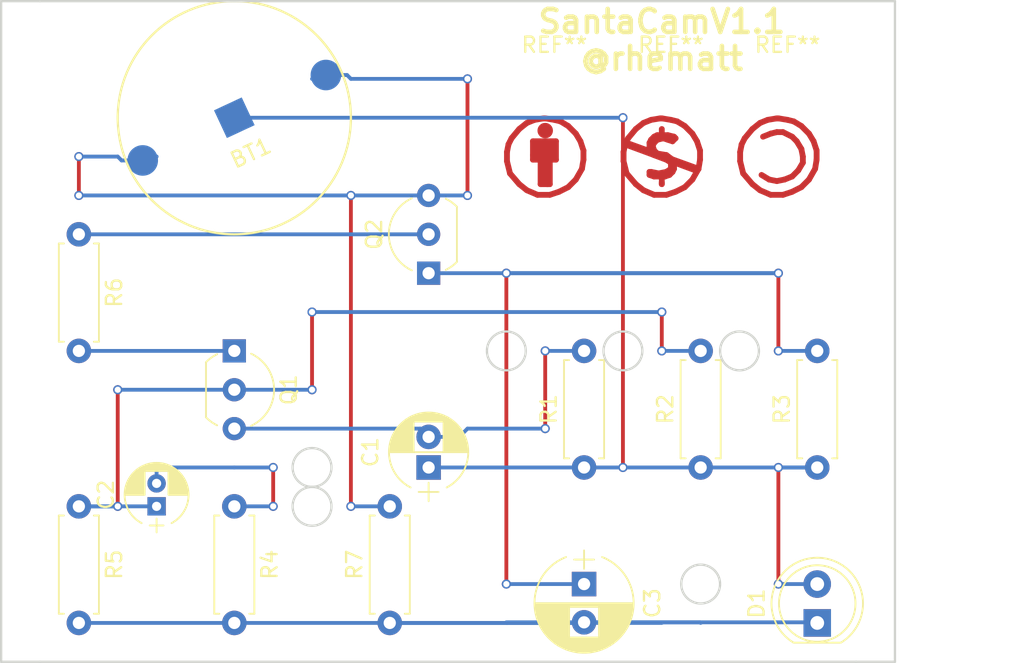
<source format=kicad_pcb>
(kicad_pcb (version 4) (host pcbnew 4.0.4-stable)

  (general
    (links 22)
    (no_connects 0)
    (area 142.164999 75.924999 209.172776 119.480001)
    (thickness 1.6)
    (drawings 15)
    (tracks 90)
    (zones 0)
    (modules 17)
    (nets 10)
  )

  (page A4)
  (layers
    (0 F.Cu signal)
    (31 B.Cu signal)
    (32 B.Adhes user)
    (33 F.Adhes user)
    (34 B.Paste user)
    (35 F.Paste user)
    (36 B.SilkS user)
    (37 F.SilkS user)
    (38 B.Mask user)
    (39 F.Mask user)
    (40 Dwgs.User user)
    (41 Cmts.User user)
    (42 Eco1.User user hide)
    (43 Eco2.User user hide)
    (44 Edge.Cuts user)
    (45 Margin user)
    (46 B.CrtYd user)
    (47 F.CrtYd user)
    (48 B.Fab user)
    (49 F.Fab user)
  )

  (setup
    (last_trace_width 0.25)
    (trace_clearance 0.2)
    (zone_clearance 0.508)
    (zone_45_only no)
    (trace_min 0.2)
    (segment_width 0.2)
    (edge_width 0.15)
    (via_size 0.6)
    (via_drill 0.4)
    (via_min_size 0.4)
    (via_min_drill 0.3)
    (uvia_size 0.3)
    (uvia_drill 0.1)
    (uvias_allowed no)
    (uvia_min_size 0.2)
    (uvia_min_drill 0.1)
    (pcb_text_width 0.3)
    (pcb_text_size 1.5 1.5)
    (mod_edge_width 0.15)
    (mod_text_size 1 1)
    (mod_text_width 0.15)
    (pad_size 1.524 1.524)
    (pad_drill 0.762)
    (pad_to_mask_clearance 0.2)
    (aux_axis_origin 0 0)
    (visible_elements FFFFFF7F)
    (pcbplotparams
      (layerselection 0x00030_80000001)
      (usegerberextensions false)
      (excludeedgelayer true)
      (linewidth 0.100000)
      (plotframeref false)
      (viasonmask false)
      (mode 1)
      (useauxorigin false)
      (hpglpennumber 1)
      (hpglpenspeed 20)
      (hpglpendiameter 15)
      (hpglpenoverlay 2)
      (psnegative false)
      (psa4output false)
      (plotreference true)
      (plotvalue true)
      (plotinvisibletext false)
      (padsonsilk false)
      (subtractmaskfromsilk false)
      (outputformat 1)
      (mirror false)
      (drillshape 1)
      (scaleselection 1)
      (outputdirectory ""))
  )

  (net 0 "")
  (net 1 "Net-(C1-Pad2)")
  (net 2 "Net-(C2-Pad1)")
  (net 3 "Net-(C2-Pad2)")
  (net 4 "Net-(C3-Pad1)")
  (net 5 "Net-(C3-Pad2)")
  (net 6 "Net-(Q1-Pad1)")
  (net 7 "Net-(Q2-Pad2)")
  (net 8 Earth)
  (net 9 "Net-(BT1-Pad1)")

  (net_class Default "This is the default net class."
    (clearance 0.2)
    (trace_width 0.25)
    (via_dia 0.6)
    (via_drill 0.4)
    (uvia_dia 0.3)
    (uvia_drill 0.1)
    (add_net Earth)
    (add_net "Net-(BT1-Pad1)")
    (add_net "Net-(C1-Pad2)")
    (add_net "Net-(C2-Pad1)")
    (add_net "Net-(C2-Pad2)")
    (add_net "Net-(C3-Pad1)")
    (add_net "Net-(C3-Pad2)")
    (add_net "Net-(Q1-Pad1)")
    (add_net "Net-(Q2-Pad2)")
  )

  (module Capacitors_ThroughHole:CP_Radial_D5.0mm_P2.00mm (layer F.Cu) (tedit 597BC7C2) (tstamp 5A224A35)
    (at 170.18 106.68 90)
    (descr "CP, Radial series, Radial, pin pitch=2.00mm, , diameter=5mm, Electrolytic Capacitor")
    (tags "CP Radial series Radial pin pitch 2.00mm  diameter 5mm Electrolytic Capacitor")
    (path /5A223525)
    (fp_text reference C1 (at 1 -3.81 90) (layer F.SilkS)
      (effects (font (size 1 1) (thickness 0.15)))
    )
    (fp_text value 2.2uF (at 1 3.81 90) (layer F.Fab)
      (effects (font (size 1 1) (thickness 0.15)))
    )
    (fp_arc (start 1 0) (end -1.30558 -1.18) (angle 125.8) (layer F.SilkS) (width 0.12))
    (fp_arc (start 1 0) (end -1.30558 1.18) (angle -125.8) (layer F.SilkS) (width 0.12))
    (fp_arc (start 1 0) (end 3.30558 -1.18) (angle 54.2) (layer F.SilkS) (width 0.12))
    (fp_circle (center 1 0) (end 3.5 0) (layer F.Fab) (width 0.1))
    (fp_line (start -2.2 0) (end -1 0) (layer F.Fab) (width 0.1))
    (fp_line (start -1.6 -0.65) (end -1.6 0.65) (layer F.Fab) (width 0.1))
    (fp_line (start 1 -2.55) (end 1 2.55) (layer F.SilkS) (width 0.12))
    (fp_line (start 1.04 -2.55) (end 1.04 -0.98) (layer F.SilkS) (width 0.12))
    (fp_line (start 1.04 0.98) (end 1.04 2.55) (layer F.SilkS) (width 0.12))
    (fp_line (start 1.08 -2.549) (end 1.08 -0.98) (layer F.SilkS) (width 0.12))
    (fp_line (start 1.08 0.98) (end 1.08 2.549) (layer F.SilkS) (width 0.12))
    (fp_line (start 1.12 -2.548) (end 1.12 -0.98) (layer F.SilkS) (width 0.12))
    (fp_line (start 1.12 0.98) (end 1.12 2.548) (layer F.SilkS) (width 0.12))
    (fp_line (start 1.16 -2.546) (end 1.16 -0.98) (layer F.SilkS) (width 0.12))
    (fp_line (start 1.16 0.98) (end 1.16 2.546) (layer F.SilkS) (width 0.12))
    (fp_line (start 1.2 -2.543) (end 1.2 -0.98) (layer F.SilkS) (width 0.12))
    (fp_line (start 1.2 0.98) (end 1.2 2.543) (layer F.SilkS) (width 0.12))
    (fp_line (start 1.24 -2.539) (end 1.24 -0.98) (layer F.SilkS) (width 0.12))
    (fp_line (start 1.24 0.98) (end 1.24 2.539) (layer F.SilkS) (width 0.12))
    (fp_line (start 1.28 -2.535) (end 1.28 -0.98) (layer F.SilkS) (width 0.12))
    (fp_line (start 1.28 0.98) (end 1.28 2.535) (layer F.SilkS) (width 0.12))
    (fp_line (start 1.32 -2.531) (end 1.32 -0.98) (layer F.SilkS) (width 0.12))
    (fp_line (start 1.32 0.98) (end 1.32 2.531) (layer F.SilkS) (width 0.12))
    (fp_line (start 1.36 -2.525) (end 1.36 -0.98) (layer F.SilkS) (width 0.12))
    (fp_line (start 1.36 0.98) (end 1.36 2.525) (layer F.SilkS) (width 0.12))
    (fp_line (start 1.4 -2.519) (end 1.4 -0.98) (layer F.SilkS) (width 0.12))
    (fp_line (start 1.4 0.98) (end 1.4 2.519) (layer F.SilkS) (width 0.12))
    (fp_line (start 1.44 -2.513) (end 1.44 -0.98) (layer F.SilkS) (width 0.12))
    (fp_line (start 1.44 0.98) (end 1.44 2.513) (layer F.SilkS) (width 0.12))
    (fp_line (start 1.48 -2.506) (end 1.48 -0.98) (layer F.SilkS) (width 0.12))
    (fp_line (start 1.48 0.98) (end 1.48 2.506) (layer F.SilkS) (width 0.12))
    (fp_line (start 1.52 -2.498) (end 1.52 -0.98) (layer F.SilkS) (width 0.12))
    (fp_line (start 1.52 0.98) (end 1.52 2.498) (layer F.SilkS) (width 0.12))
    (fp_line (start 1.56 -2.489) (end 1.56 -0.98) (layer F.SilkS) (width 0.12))
    (fp_line (start 1.56 0.98) (end 1.56 2.489) (layer F.SilkS) (width 0.12))
    (fp_line (start 1.6 -2.48) (end 1.6 -0.98) (layer F.SilkS) (width 0.12))
    (fp_line (start 1.6 0.98) (end 1.6 2.48) (layer F.SilkS) (width 0.12))
    (fp_line (start 1.64 -2.47) (end 1.64 -0.98) (layer F.SilkS) (width 0.12))
    (fp_line (start 1.64 0.98) (end 1.64 2.47) (layer F.SilkS) (width 0.12))
    (fp_line (start 1.68 -2.46) (end 1.68 -0.98) (layer F.SilkS) (width 0.12))
    (fp_line (start 1.68 0.98) (end 1.68 2.46) (layer F.SilkS) (width 0.12))
    (fp_line (start 1.721 -2.448) (end 1.721 -0.98) (layer F.SilkS) (width 0.12))
    (fp_line (start 1.721 0.98) (end 1.721 2.448) (layer F.SilkS) (width 0.12))
    (fp_line (start 1.761 -2.436) (end 1.761 -0.98) (layer F.SilkS) (width 0.12))
    (fp_line (start 1.761 0.98) (end 1.761 2.436) (layer F.SilkS) (width 0.12))
    (fp_line (start 1.801 -2.424) (end 1.801 -0.98) (layer F.SilkS) (width 0.12))
    (fp_line (start 1.801 0.98) (end 1.801 2.424) (layer F.SilkS) (width 0.12))
    (fp_line (start 1.841 -2.41) (end 1.841 -0.98) (layer F.SilkS) (width 0.12))
    (fp_line (start 1.841 0.98) (end 1.841 2.41) (layer F.SilkS) (width 0.12))
    (fp_line (start 1.881 -2.396) (end 1.881 -0.98) (layer F.SilkS) (width 0.12))
    (fp_line (start 1.881 0.98) (end 1.881 2.396) (layer F.SilkS) (width 0.12))
    (fp_line (start 1.921 -2.382) (end 1.921 -0.98) (layer F.SilkS) (width 0.12))
    (fp_line (start 1.921 0.98) (end 1.921 2.382) (layer F.SilkS) (width 0.12))
    (fp_line (start 1.961 -2.366) (end 1.961 -0.98) (layer F.SilkS) (width 0.12))
    (fp_line (start 1.961 0.98) (end 1.961 2.366) (layer F.SilkS) (width 0.12))
    (fp_line (start 2.001 -2.35) (end 2.001 -0.98) (layer F.SilkS) (width 0.12))
    (fp_line (start 2.001 0.98) (end 2.001 2.35) (layer F.SilkS) (width 0.12))
    (fp_line (start 2.041 -2.333) (end 2.041 -0.98) (layer F.SilkS) (width 0.12))
    (fp_line (start 2.041 0.98) (end 2.041 2.333) (layer F.SilkS) (width 0.12))
    (fp_line (start 2.081 -2.315) (end 2.081 -0.98) (layer F.SilkS) (width 0.12))
    (fp_line (start 2.081 0.98) (end 2.081 2.315) (layer F.SilkS) (width 0.12))
    (fp_line (start 2.121 -2.296) (end 2.121 -0.98) (layer F.SilkS) (width 0.12))
    (fp_line (start 2.121 0.98) (end 2.121 2.296) (layer F.SilkS) (width 0.12))
    (fp_line (start 2.161 -2.276) (end 2.161 -0.98) (layer F.SilkS) (width 0.12))
    (fp_line (start 2.161 0.98) (end 2.161 2.276) (layer F.SilkS) (width 0.12))
    (fp_line (start 2.201 -2.256) (end 2.201 -0.98) (layer F.SilkS) (width 0.12))
    (fp_line (start 2.201 0.98) (end 2.201 2.256) (layer F.SilkS) (width 0.12))
    (fp_line (start 2.241 -2.234) (end 2.241 -0.98) (layer F.SilkS) (width 0.12))
    (fp_line (start 2.241 0.98) (end 2.241 2.234) (layer F.SilkS) (width 0.12))
    (fp_line (start 2.281 -2.212) (end 2.281 -0.98) (layer F.SilkS) (width 0.12))
    (fp_line (start 2.281 0.98) (end 2.281 2.212) (layer F.SilkS) (width 0.12))
    (fp_line (start 2.321 -2.189) (end 2.321 -0.98) (layer F.SilkS) (width 0.12))
    (fp_line (start 2.321 0.98) (end 2.321 2.189) (layer F.SilkS) (width 0.12))
    (fp_line (start 2.361 -2.165) (end 2.361 -0.98) (layer F.SilkS) (width 0.12))
    (fp_line (start 2.361 0.98) (end 2.361 2.165) (layer F.SilkS) (width 0.12))
    (fp_line (start 2.401 -2.14) (end 2.401 -0.98) (layer F.SilkS) (width 0.12))
    (fp_line (start 2.401 0.98) (end 2.401 2.14) (layer F.SilkS) (width 0.12))
    (fp_line (start 2.441 -2.113) (end 2.441 -0.98) (layer F.SilkS) (width 0.12))
    (fp_line (start 2.441 0.98) (end 2.441 2.113) (layer F.SilkS) (width 0.12))
    (fp_line (start 2.481 -2.086) (end 2.481 -0.98) (layer F.SilkS) (width 0.12))
    (fp_line (start 2.481 0.98) (end 2.481 2.086) (layer F.SilkS) (width 0.12))
    (fp_line (start 2.521 -2.058) (end 2.521 -0.98) (layer F.SilkS) (width 0.12))
    (fp_line (start 2.521 0.98) (end 2.521 2.058) (layer F.SilkS) (width 0.12))
    (fp_line (start 2.561 -2.028) (end 2.561 -0.98) (layer F.SilkS) (width 0.12))
    (fp_line (start 2.561 0.98) (end 2.561 2.028) (layer F.SilkS) (width 0.12))
    (fp_line (start 2.601 -1.997) (end 2.601 -0.98) (layer F.SilkS) (width 0.12))
    (fp_line (start 2.601 0.98) (end 2.601 1.997) (layer F.SilkS) (width 0.12))
    (fp_line (start 2.641 -1.965) (end 2.641 -0.98) (layer F.SilkS) (width 0.12))
    (fp_line (start 2.641 0.98) (end 2.641 1.965) (layer F.SilkS) (width 0.12))
    (fp_line (start 2.681 -1.932) (end 2.681 -0.98) (layer F.SilkS) (width 0.12))
    (fp_line (start 2.681 0.98) (end 2.681 1.932) (layer F.SilkS) (width 0.12))
    (fp_line (start 2.721 -1.897) (end 2.721 -0.98) (layer F.SilkS) (width 0.12))
    (fp_line (start 2.721 0.98) (end 2.721 1.897) (layer F.SilkS) (width 0.12))
    (fp_line (start 2.761 -1.861) (end 2.761 -0.98) (layer F.SilkS) (width 0.12))
    (fp_line (start 2.761 0.98) (end 2.761 1.861) (layer F.SilkS) (width 0.12))
    (fp_line (start 2.801 -1.823) (end 2.801 -0.98) (layer F.SilkS) (width 0.12))
    (fp_line (start 2.801 0.98) (end 2.801 1.823) (layer F.SilkS) (width 0.12))
    (fp_line (start 2.841 -1.783) (end 2.841 -0.98) (layer F.SilkS) (width 0.12))
    (fp_line (start 2.841 0.98) (end 2.841 1.783) (layer F.SilkS) (width 0.12))
    (fp_line (start 2.881 -1.742) (end 2.881 -0.98) (layer F.SilkS) (width 0.12))
    (fp_line (start 2.881 0.98) (end 2.881 1.742) (layer F.SilkS) (width 0.12))
    (fp_line (start 2.921 -1.699) (end 2.921 -0.98) (layer F.SilkS) (width 0.12))
    (fp_line (start 2.921 0.98) (end 2.921 1.699) (layer F.SilkS) (width 0.12))
    (fp_line (start 2.961 -1.654) (end 2.961 -0.98) (layer F.SilkS) (width 0.12))
    (fp_line (start 2.961 0.98) (end 2.961 1.654) (layer F.SilkS) (width 0.12))
    (fp_line (start 3.001 -1.606) (end 3.001 1.606) (layer F.SilkS) (width 0.12))
    (fp_line (start 3.041 -1.556) (end 3.041 1.556) (layer F.SilkS) (width 0.12))
    (fp_line (start 3.081 -1.504) (end 3.081 1.504) (layer F.SilkS) (width 0.12))
    (fp_line (start 3.121 -1.448) (end 3.121 1.448) (layer F.SilkS) (width 0.12))
    (fp_line (start 3.161 -1.39) (end 3.161 1.39) (layer F.SilkS) (width 0.12))
    (fp_line (start 3.201 -1.327) (end 3.201 1.327) (layer F.SilkS) (width 0.12))
    (fp_line (start 3.241 -1.261) (end 3.241 1.261) (layer F.SilkS) (width 0.12))
    (fp_line (start 3.281 -1.189) (end 3.281 1.189) (layer F.SilkS) (width 0.12))
    (fp_line (start 3.321 -1.112) (end 3.321 1.112) (layer F.SilkS) (width 0.12))
    (fp_line (start 3.361 -1.028) (end 3.361 1.028) (layer F.SilkS) (width 0.12))
    (fp_line (start 3.401 -0.934) (end 3.401 0.934) (layer F.SilkS) (width 0.12))
    (fp_line (start 3.441 -0.829) (end 3.441 0.829) (layer F.SilkS) (width 0.12))
    (fp_line (start 3.481 -0.707) (end 3.481 0.707) (layer F.SilkS) (width 0.12))
    (fp_line (start 3.521 -0.559) (end 3.521 0.559) (layer F.SilkS) (width 0.12))
    (fp_line (start 3.561 -0.354) (end 3.561 0.354) (layer F.SilkS) (width 0.12))
    (fp_line (start -2.2 0) (end -1 0) (layer F.SilkS) (width 0.12))
    (fp_line (start -1.6 -0.65) (end -1.6 0.65) (layer F.SilkS) (width 0.12))
    (fp_line (start -1.85 -2.85) (end -1.85 2.85) (layer F.CrtYd) (width 0.05))
    (fp_line (start -1.85 2.85) (end 3.85 2.85) (layer F.CrtYd) (width 0.05))
    (fp_line (start 3.85 2.85) (end 3.85 -2.85) (layer F.CrtYd) (width 0.05))
    (fp_line (start 3.85 -2.85) (end -1.85 -2.85) (layer F.CrtYd) (width 0.05))
    (fp_text user %R (at 1 0 90) (layer F.Fab)
      (effects (font (size 1 1) (thickness 0.15)))
    )
    (pad 1 thru_hole rect (at 0 0 90) (size 1.6 1.6) (drill 0.8) (layers *.Cu *.Mask)
      (net 9 "Net-(BT1-Pad1)"))
    (pad 2 thru_hole circle (at 2 0 90) (size 1.6 1.6) (drill 0.8) (layers *.Cu *.Mask)
      (net 1 "Net-(C1-Pad2)"))
    (model ${KISYS3DMOD}/Capacitors_THT.3dshapes/CP_Radial_D5.0mm_P2.00mm.wrl
      (at (xyz 0 0 0))
      (scale (xyz 1 1 1))
      (rotate (xyz 0 0 0))
    )
  )

  (module Capacitors_ThroughHole:CP_Radial_D4.0mm_P1.50mm (layer F.Cu) (tedit 597BC7C2) (tstamp 5A224AA4)
    (at 152.4 109.22 90)
    (descr "CP, Radial series, Radial, pin pitch=1.50mm, , diameter=4mm, Electrolytic Capacitor")
    (tags "CP Radial series Radial pin pitch 1.50mm  diameter 4mm Electrolytic Capacitor")
    (path /5A223753)
    (fp_text reference C2 (at 0.75 -3.31 90) (layer F.SilkS)
      (effects (font (size 1 1) (thickness 0.15)))
    )
    (fp_text value 1uF (at 0.75 3.31 90) (layer F.Fab)
      (effects (font (size 1 1) (thickness 0.15)))
    )
    (fp_arc (start 0.75 0) (end -1.095996 -0.98) (angle 124.1) (layer F.SilkS) (width 0.12))
    (fp_arc (start 0.75 0) (end -1.095996 0.98) (angle -124.1) (layer F.SilkS) (width 0.12))
    (fp_arc (start 0.75 0) (end 2.595996 -0.98) (angle 55.9) (layer F.SilkS) (width 0.12))
    (fp_circle (center 0.75 0) (end 2.75 0) (layer F.Fab) (width 0.1))
    (fp_line (start -1.7 0) (end -0.8 0) (layer F.Fab) (width 0.1))
    (fp_line (start -1.25 -0.45) (end -1.25 0.45) (layer F.Fab) (width 0.1))
    (fp_line (start 0.75 0.78) (end 0.75 2.05) (layer F.SilkS) (width 0.12))
    (fp_line (start 0.75 -2.05) (end 0.75 -0.78) (layer F.SilkS) (width 0.12))
    (fp_line (start 0.79 -2.05) (end 0.79 -0.78) (layer F.SilkS) (width 0.12))
    (fp_line (start 0.79 0.78) (end 0.79 2.05) (layer F.SilkS) (width 0.12))
    (fp_line (start 0.83 -2.049) (end 0.83 -0.78) (layer F.SilkS) (width 0.12))
    (fp_line (start 0.83 0.78) (end 0.83 2.049) (layer F.SilkS) (width 0.12))
    (fp_line (start 0.87 -2.047) (end 0.87 -0.78) (layer F.SilkS) (width 0.12))
    (fp_line (start 0.87 0.78) (end 0.87 2.047) (layer F.SilkS) (width 0.12))
    (fp_line (start 0.91 -2.044) (end 0.91 -0.78) (layer F.SilkS) (width 0.12))
    (fp_line (start 0.91 0.78) (end 0.91 2.044) (layer F.SilkS) (width 0.12))
    (fp_line (start 0.95 -2.041) (end 0.95 -0.78) (layer F.SilkS) (width 0.12))
    (fp_line (start 0.95 0.78) (end 0.95 2.041) (layer F.SilkS) (width 0.12))
    (fp_line (start 0.99 -2.037) (end 0.99 -0.78) (layer F.SilkS) (width 0.12))
    (fp_line (start 0.99 0.78) (end 0.99 2.037) (layer F.SilkS) (width 0.12))
    (fp_line (start 1.03 -2.032) (end 1.03 -0.78) (layer F.SilkS) (width 0.12))
    (fp_line (start 1.03 0.78) (end 1.03 2.032) (layer F.SilkS) (width 0.12))
    (fp_line (start 1.07 -2.026) (end 1.07 -0.78) (layer F.SilkS) (width 0.12))
    (fp_line (start 1.07 0.78) (end 1.07 2.026) (layer F.SilkS) (width 0.12))
    (fp_line (start 1.11 -2.019) (end 1.11 -0.78) (layer F.SilkS) (width 0.12))
    (fp_line (start 1.11 0.78) (end 1.11 2.019) (layer F.SilkS) (width 0.12))
    (fp_line (start 1.15 -2.012) (end 1.15 -0.78) (layer F.SilkS) (width 0.12))
    (fp_line (start 1.15 0.78) (end 1.15 2.012) (layer F.SilkS) (width 0.12))
    (fp_line (start 1.19 -2.004) (end 1.19 -0.78) (layer F.SilkS) (width 0.12))
    (fp_line (start 1.19 0.78) (end 1.19 2.004) (layer F.SilkS) (width 0.12))
    (fp_line (start 1.23 -1.995) (end 1.23 -0.78) (layer F.SilkS) (width 0.12))
    (fp_line (start 1.23 0.78) (end 1.23 1.995) (layer F.SilkS) (width 0.12))
    (fp_line (start 1.27 -1.985) (end 1.27 -0.78) (layer F.SilkS) (width 0.12))
    (fp_line (start 1.27 0.78) (end 1.27 1.985) (layer F.SilkS) (width 0.12))
    (fp_line (start 1.31 -1.974) (end 1.31 -0.78) (layer F.SilkS) (width 0.12))
    (fp_line (start 1.31 0.78) (end 1.31 1.974) (layer F.SilkS) (width 0.12))
    (fp_line (start 1.35 -1.963) (end 1.35 -0.78) (layer F.SilkS) (width 0.12))
    (fp_line (start 1.35 0.78) (end 1.35 1.963) (layer F.SilkS) (width 0.12))
    (fp_line (start 1.39 -1.95) (end 1.39 -0.78) (layer F.SilkS) (width 0.12))
    (fp_line (start 1.39 0.78) (end 1.39 1.95) (layer F.SilkS) (width 0.12))
    (fp_line (start 1.43 -1.937) (end 1.43 -0.78) (layer F.SilkS) (width 0.12))
    (fp_line (start 1.43 0.78) (end 1.43 1.937) (layer F.SilkS) (width 0.12))
    (fp_line (start 1.471 -1.923) (end 1.471 -0.78) (layer F.SilkS) (width 0.12))
    (fp_line (start 1.471 0.78) (end 1.471 1.923) (layer F.SilkS) (width 0.12))
    (fp_line (start 1.511 -1.907) (end 1.511 -0.78) (layer F.SilkS) (width 0.12))
    (fp_line (start 1.511 0.78) (end 1.511 1.907) (layer F.SilkS) (width 0.12))
    (fp_line (start 1.551 -1.891) (end 1.551 -0.78) (layer F.SilkS) (width 0.12))
    (fp_line (start 1.551 0.78) (end 1.551 1.891) (layer F.SilkS) (width 0.12))
    (fp_line (start 1.591 -1.874) (end 1.591 -0.78) (layer F.SilkS) (width 0.12))
    (fp_line (start 1.591 0.78) (end 1.591 1.874) (layer F.SilkS) (width 0.12))
    (fp_line (start 1.631 -1.856) (end 1.631 -0.78) (layer F.SilkS) (width 0.12))
    (fp_line (start 1.631 0.78) (end 1.631 1.856) (layer F.SilkS) (width 0.12))
    (fp_line (start 1.671 -1.837) (end 1.671 -0.78) (layer F.SilkS) (width 0.12))
    (fp_line (start 1.671 0.78) (end 1.671 1.837) (layer F.SilkS) (width 0.12))
    (fp_line (start 1.711 -1.817) (end 1.711 -0.78) (layer F.SilkS) (width 0.12))
    (fp_line (start 1.711 0.78) (end 1.711 1.817) (layer F.SilkS) (width 0.12))
    (fp_line (start 1.751 -1.796) (end 1.751 -0.78) (layer F.SilkS) (width 0.12))
    (fp_line (start 1.751 0.78) (end 1.751 1.796) (layer F.SilkS) (width 0.12))
    (fp_line (start 1.791 -1.773) (end 1.791 -0.78) (layer F.SilkS) (width 0.12))
    (fp_line (start 1.791 0.78) (end 1.791 1.773) (layer F.SilkS) (width 0.12))
    (fp_line (start 1.831 -1.75) (end 1.831 -0.78) (layer F.SilkS) (width 0.12))
    (fp_line (start 1.831 0.78) (end 1.831 1.75) (layer F.SilkS) (width 0.12))
    (fp_line (start 1.871 -1.725) (end 1.871 -0.78) (layer F.SilkS) (width 0.12))
    (fp_line (start 1.871 0.78) (end 1.871 1.725) (layer F.SilkS) (width 0.12))
    (fp_line (start 1.911 -1.699) (end 1.911 -0.78) (layer F.SilkS) (width 0.12))
    (fp_line (start 1.911 0.78) (end 1.911 1.699) (layer F.SilkS) (width 0.12))
    (fp_line (start 1.951 -1.672) (end 1.951 -0.78) (layer F.SilkS) (width 0.12))
    (fp_line (start 1.951 0.78) (end 1.951 1.672) (layer F.SilkS) (width 0.12))
    (fp_line (start 1.991 -1.643) (end 1.991 -0.78) (layer F.SilkS) (width 0.12))
    (fp_line (start 1.991 0.78) (end 1.991 1.643) (layer F.SilkS) (width 0.12))
    (fp_line (start 2.031 -1.613) (end 2.031 -0.78) (layer F.SilkS) (width 0.12))
    (fp_line (start 2.031 0.78) (end 2.031 1.613) (layer F.SilkS) (width 0.12))
    (fp_line (start 2.071 -1.581) (end 2.071 -0.78) (layer F.SilkS) (width 0.12))
    (fp_line (start 2.071 0.78) (end 2.071 1.581) (layer F.SilkS) (width 0.12))
    (fp_line (start 2.111 -1.547) (end 2.111 -0.78) (layer F.SilkS) (width 0.12))
    (fp_line (start 2.111 0.78) (end 2.111 1.547) (layer F.SilkS) (width 0.12))
    (fp_line (start 2.151 -1.512) (end 2.151 -0.78) (layer F.SilkS) (width 0.12))
    (fp_line (start 2.151 0.78) (end 2.151 1.512) (layer F.SilkS) (width 0.12))
    (fp_line (start 2.191 -1.475) (end 2.191 -0.78) (layer F.SilkS) (width 0.12))
    (fp_line (start 2.191 0.78) (end 2.191 1.475) (layer F.SilkS) (width 0.12))
    (fp_line (start 2.231 -1.436) (end 2.231 -0.78) (layer F.SilkS) (width 0.12))
    (fp_line (start 2.231 0.78) (end 2.231 1.436) (layer F.SilkS) (width 0.12))
    (fp_line (start 2.271 -1.395) (end 2.271 -0.78) (layer F.SilkS) (width 0.12))
    (fp_line (start 2.271 0.78) (end 2.271 1.395) (layer F.SilkS) (width 0.12))
    (fp_line (start 2.311 -1.351) (end 2.311 1.351) (layer F.SilkS) (width 0.12))
    (fp_line (start 2.351 -1.305) (end 2.351 1.305) (layer F.SilkS) (width 0.12))
    (fp_line (start 2.391 -1.256) (end 2.391 1.256) (layer F.SilkS) (width 0.12))
    (fp_line (start 2.431 -1.204) (end 2.431 1.204) (layer F.SilkS) (width 0.12))
    (fp_line (start 2.471 -1.148) (end 2.471 1.148) (layer F.SilkS) (width 0.12))
    (fp_line (start 2.511 -1.088) (end 2.511 1.088) (layer F.SilkS) (width 0.12))
    (fp_line (start 2.551 -1.023) (end 2.551 1.023) (layer F.SilkS) (width 0.12))
    (fp_line (start 2.591 -0.952) (end 2.591 0.952) (layer F.SilkS) (width 0.12))
    (fp_line (start 2.631 -0.874) (end 2.631 0.874) (layer F.SilkS) (width 0.12))
    (fp_line (start 2.671 -0.786) (end 2.671 0.786) (layer F.SilkS) (width 0.12))
    (fp_line (start 2.711 -0.686) (end 2.711 0.686) (layer F.SilkS) (width 0.12))
    (fp_line (start 2.751 -0.567) (end 2.751 0.567) (layer F.SilkS) (width 0.12))
    (fp_line (start 2.791 -0.415) (end 2.791 0.415) (layer F.SilkS) (width 0.12))
    (fp_line (start 2.831 -0.165) (end 2.831 0.165) (layer F.SilkS) (width 0.12))
    (fp_line (start -1.7 0) (end -0.8 0) (layer F.SilkS) (width 0.12))
    (fp_line (start -1.25 -0.45) (end -1.25 0.45) (layer F.SilkS) (width 0.12))
    (fp_line (start -1.6 -2.35) (end -1.6 2.35) (layer F.CrtYd) (width 0.05))
    (fp_line (start -1.6 2.35) (end 3.1 2.35) (layer F.CrtYd) (width 0.05))
    (fp_line (start 3.1 2.35) (end 3.1 -2.35) (layer F.CrtYd) (width 0.05))
    (fp_line (start 3.1 -2.35) (end -1.6 -2.35) (layer F.CrtYd) (width 0.05))
    (fp_text user %R (at 0.75 0 90) (layer F.Fab)
      (effects (font (size 1 1) (thickness 0.15)))
    )
    (pad 1 thru_hole rect (at 0 0 90) (size 1.2 1.2) (drill 0.6) (layers *.Cu *.Mask)
      (net 2 "Net-(C2-Pad1)"))
    (pad 2 thru_hole circle (at 1.5 0 90) (size 1.2 1.2) (drill 0.6) (layers *.Cu *.Mask)
      (net 3 "Net-(C2-Pad2)"))
    (model ${KISYS3DMOD}/Capacitors_THT.3dshapes/CP_Radial_D4.0mm_P1.50mm.wrl
      (at (xyz 0 0 0))
      (scale (xyz 1 1 1))
      (rotate (xyz 0 0 0))
    )
  )

  (module Capacitors_ThroughHole:CP_Radial_D6.3mm_P2.50mm (layer F.Cu) (tedit 597BC7C2) (tstamp 5A224B39)
    (at 180.34 114.3 270)
    (descr "CP, Radial series, Radial, pin pitch=2.50mm, , diameter=6.3mm, Electrolytic Capacitor")
    (tags "CP Radial series Radial pin pitch 2.50mm  diameter 6.3mm Electrolytic Capacitor")
    (path /5A2239FC)
    (fp_text reference C3 (at 1.25 -4.46 270) (layer F.SilkS)
      (effects (font (size 1 1) (thickness 0.15)))
    )
    (fp_text value 100uF (at 1.25 4.46 270) (layer F.Fab)
      (effects (font (size 1 1) (thickness 0.15)))
    )
    (fp_arc (start 1.25 0) (end -1.767482 -1.18) (angle 137.3) (layer F.SilkS) (width 0.12))
    (fp_arc (start 1.25 0) (end -1.767482 1.18) (angle -137.3) (layer F.SilkS) (width 0.12))
    (fp_arc (start 1.25 0) (end 4.267482 -1.18) (angle 42.7) (layer F.SilkS) (width 0.12))
    (fp_circle (center 1.25 0) (end 4.4 0) (layer F.Fab) (width 0.1))
    (fp_line (start -2.2 0) (end -1 0) (layer F.Fab) (width 0.1))
    (fp_line (start -1.6 -0.65) (end -1.6 0.65) (layer F.Fab) (width 0.1))
    (fp_line (start 1.25 -3.2) (end 1.25 3.2) (layer F.SilkS) (width 0.12))
    (fp_line (start 1.29 -3.2) (end 1.29 3.2) (layer F.SilkS) (width 0.12))
    (fp_line (start 1.33 -3.2) (end 1.33 3.2) (layer F.SilkS) (width 0.12))
    (fp_line (start 1.37 -3.198) (end 1.37 3.198) (layer F.SilkS) (width 0.12))
    (fp_line (start 1.41 -3.197) (end 1.41 3.197) (layer F.SilkS) (width 0.12))
    (fp_line (start 1.45 -3.194) (end 1.45 3.194) (layer F.SilkS) (width 0.12))
    (fp_line (start 1.49 -3.192) (end 1.49 3.192) (layer F.SilkS) (width 0.12))
    (fp_line (start 1.53 -3.188) (end 1.53 -0.98) (layer F.SilkS) (width 0.12))
    (fp_line (start 1.53 0.98) (end 1.53 3.188) (layer F.SilkS) (width 0.12))
    (fp_line (start 1.57 -3.185) (end 1.57 -0.98) (layer F.SilkS) (width 0.12))
    (fp_line (start 1.57 0.98) (end 1.57 3.185) (layer F.SilkS) (width 0.12))
    (fp_line (start 1.61 -3.18) (end 1.61 -0.98) (layer F.SilkS) (width 0.12))
    (fp_line (start 1.61 0.98) (end 1.61 3.18) (layer F.SilkS) (width 0.12))
    (fp_line (start 1.65 -3.176) (end 1.65 -0.98) (layer F.SilkS) (width 0.12))
    (fp_line (start 1.65 0.98) (end 1.65 3.176) (layer F.SilkS) (width 0.12))
    (fp_line (start 1.69 -3.17) (end 1.69 -0.98) (layer F.SilkS) (width 0.12))
    (fp_line (start 1.69 0.98) (end 1.69 3.17) (layer F.SilkS) (width 0.12))
    (fp_line (start 1.73 -3.165) (end 1.73 -0.98) (layer F.SilkS) (width 0.12))
    (fp_line (start 1.73 0.98) (end 1.73 3.165) (layer F.SilkS) (width 0.12))
    (fp_line (start 1.77 -3.158) (end 1.77 -0.98) (layer F.SilkS) (width 0.12))
    (fp_line (start 1.77 0.98) (end 1.77 3.158) (layer F.SilkS) (width 0.12))
    (fp_line (start 1.81 -3.152) (end 1.81 -0.98) (layer F.SilkS) (width 0.12))
    (fp_line (start 1.81 0.98) (end 1.81 3.152) (layer F.SilkS) (width 0.12))
    (fp_line (start 1.85 -3.144) (end 1.85 -0.98) (layer F.SilkS) (width 0.12))
    (fp_line (start 1.85 0.98) (end 1.85 3.144) (layer F.SilkS) (width 0.12))
    (fp_line (start 1.89 -3.137) (end 1.89 -0.98) (layer F.SilkS) (width 0.12))
    (fp_line (start 1.89 0.98) (end 1.89 3.137) (layer F.SilkS) (width 0.12))
    (fp_line (start 1.93 -3.128) (end 1.93 -0.98) (layer F.SilkS) (width 0.12))
    (fp_line (start 1.93 0.98) (end 1.93 3.128) (layer F.SilkS) (width 0.12))
    (fp_line (start 1.971 -3.119) (end 1.971 -0.98) (layer F.SilkS) (width 0.12))
    (fp_line (start 1.971 0.98) (end 1.971 3.119) (layer F.SilkS) (width 0.12))
    (fp_line (start 2.011 -3.11) (end 2.011 -0.98) (layer F.SilkS) (width 0.12))
    (fp_line (start 2.011 0.98) (end 2.011 3.11) (layer F.SilkS) (width 0.12))
    (fp_line (start 2.051 -3.1) (end 2.051 -0.98) (layer F.SilkS) (width 0.12))
    (fp_line (start 2.051 0.98) (end 2.051 3.1) (layer F.SilkS) (width 0.12))
    (fp_line (start 2.091 -3.09) (end 2.091 -0.98) (layer F.SilkS) (width 0.12))
    (fp_line (start 2.091 0.98) (end 2.091 3.09) (layer F.SilkS) (width 0.12))
    (fp_line (start 2.131 -3.079) (end 2.131 -0.98) (layer F.SilkS) (width 0.12))
    (fp_line (start 2.131 0.98) (end 2.131 3.079) (layer F.SilkS) (width 0.12))
    (fp_line (start 2.171 -3.067) (end 2.171 -0.98) (layer F.SilkS) (width 0.12))
    (fp_line (start 2.171 0.98) (end 2.171 3.067) (layer F.SilkS) (width 0.12))
    (fp_line (start 2.211 -3.055) (end 2.211 -0.98) (layer F.SilkS) (width 0.12))
    (fp_line (start 2.211 0.98) (end 2.211 3.055) (layer F.SilkS) (width 0.12))
    (fp_line (start 2.251 -3.042) (end 2.251 -0.98) (layer F.SilkS) (width 0.12))
    (fp_line (start 2.251 0.98) (end 2.251 3.042) (layer F.SilkS) (width 0.12))
    (fp_line (start 2.291 -3.029) (end 2.291 -0.98) (layer F.SilkS) (width 0.12))
    (fp_line (start 2.291 0.98) (end 2.291 3.029) (layer F.SilkS) (width 0.12))
    (fp_line (start 2.331 -3.015) (end 2.331 -0.98) (layer F.SilkS) (width 0.12))
    (fp_line (start 2.331 0.98) (end 2.331 3.015) (layer F.SilkS) (width 0.12))
    (fp_line (start 2.371 -3.001) (end 2.371 -0.98) (layer F.SilkS) (width 0.12))
    (fp_line (start 2.371 0.98) (end 2.371 3.001) (layer F.SilkS) (width 0.12))
    (fp_line (start 2.411 -2.986) (end 2.411 -0.98) (layer F.SilkS) (width 0.12))
    (fp_line (start 2.411 0.98) (end 2.411 2.986) (layer F.SilkS) (width 0.12))
    (fp_line (start 2.451 -2.97) (end 2.451 -0.98) (layer F.SilkS) (width 0.12))
    (fp_line (start 2.451 0.98) (end 2.451 2.97) (layer F.SilkS) (width 0.12))
    (fp_line (start 2.491 -2.954) (end 2.491 -0.98) (layer F.SilkS) (width 0.12))
    (fp_line (start 2.491 0.98) (end 2.491 2.954) (layer F.SilkS) (width 0.12))
    (fp_line (start 2.531 -2.937) (end 2.531 -0.98) (layer F.SilkS) (width 0.12))
    (fp_line (start 2.531 0.98) (end 2.531 2.937) (layer F.SilkS) (width 0.12))
    (fp_line (start 2.571 -2.919) (end 2.571 -0.98) (layer F.SilkS) (width 0.12))
    (fp_line (start 2.571 0.98) (end 2.571 2.919) (layer F.SilkS) (width 0.12))
    (fp_line (start 2.611 -2.901) (end 2.611 -0.98) (layer F.SilkS) (width 0.12))
    (fp_line (start 2.611 0.98) (end 2.611 2.901) (layer F.SilkS) (width 0.12))
    (fp_line (start 2.651 -2.882) (end 2.651 -0.98) (layer F.SilkS) (width 0.12))
    (fp_line (start 2.651 0.98) (end 2.651 2.882) (layer F.SilkS) (width 0.12))
    (fp_line (start 2.691 -2.863) (end 2.691 -0.98) (layer F.SilkS) (width 0.12))
    (fp_line (start 2.691 0.98) (end 2.691 2.863) (layer F.SilkS) (width 0.12))
    (fp_line (start 2.731 -2.843) (end 2.731 -0.98) (layer F.SilkS) (width 0.12))
    (fp_line (start 2.731 0.98) (end 2.731 2.843) (layer F.SilkS) (width 0.12))
    (fp_line (start 2.771 -2.822) (end 2.771 -0.98) (layer F.SilkS) (width 0.12))
    (fp_line (start 2.771 0.98) (end 2.771 2.822) (layer F.SilkS) (width 0.12))
    (fp_line (start 2.811 -2.8) (end 2.811 -0.98) (layer F.SilkS) (width 0.12))
    (fp_line (start 2.811 0.98) (end 2.811 2.8) (layer F.SilkS) (width 0.12))
    (fp_line (start 2.851 -2.778) (end 2.851 -0.98) (layer F.SilkS) (width 0.12))
    (fp_line (start 2.851 0.98) (end 2.851 2.778) (layer F.SilkS) (width 0.12))
    (fp_line (start 2.891 -2.755) (end 2.891 -0.98) (layer F.SilkS) (width 0.12))
    (fp_line (start 2.891 0.98) (end 2.891 2.755) (layer F.SilkS) (width 0.12))
    (fp_line (start 2.931 -2.731) (end 2.931 -0.98) (layer F.SilkS) (width 0.12))
    (fp_line (start 2.931 0.98) (end 2.931 2.731) (layer F.SilkS) (width 0.12))
    (fp_line (start 2.971 -2.706) (end 2.971 -0.98) (layer F.SilkS) (width 0.12))
    (fp_line (start 2.971 0.98) (end 2.971 2.706) (layer F.SilkS) (width 0.12))
    (fp_line (start 3.011 -2.681) (end 3.011 -0.98) (layer F.SilkS) (width 0.12))
    (fp_line (start 3.011 0.98) (end 3.011 2.681) (layer F.SilkS) (width 0.12))
    (fp_line (start 3.051 -2.654) (end 3.051 -0.98) (layer F.SilkS) (width 0.12))
    (fp_line (start 3.051 0.98) (end 3.051 2.654) (layer F.SilkS) (width 0.12))
    (fp_line (start 3.091 -2.627) (end 3.091 -0.98) (layer F.SilkS) (width 0.12))
    (fp_line (start 3.091 0.98) (end 3.091 2.627) (layer F.SilkS) (width 0.12))
    (fp_line (start 3.131 -2.599) (end 3.131 -0.98) (layer F.SilkS) (width 0.12))
    (fp_line (start 3.131 0.98) (end 3.131 2.599) (layer F.SilkS) (width 0.12))
    (fp_line (start 3.171 -2.57) (end 3.171 -0.98) (layer F.SilkS) (width 0.12))
    (fp_line (start 3.171 0.98) (end 3.171 2.57) (layer F.SilkS) (width 0.12))
    (fp_line (start 3.211 -2.54) (end 3.211 -0.98) (layer F.SilkS) (width 0.12))
    (fp_line (start 3.211 0.98) (end 3.211 2.54) (layer F.SilkS) (width 0.12))
    (fp_line (start 3.251 -2.51) (end 3.251 -0.98) (layer F.SilkS) (width 0.12))
    (fp_line (start 3.251 0.98) (end 3.251 2.51) (layer F.SilkS) (width 0.12))
    (fp_line (start 3.291 -2.478) (end 3.291 -0.98) (layer F.SilkS) (width 0.12))
    (fp_line (start 3.291 0.98) (end 3.291 2.478) (layer F.SilkS) (width 0.12))
    (fp_line (start 3.331 -2.445) (end 3.331 -0.98) (layer F.SilkS) (width 0.12))
    (fp_line (start 3.331 0.98) (end 3.331 2.445) (layer F.SilkS) (width 0.12))
    (fp_line (start 3.371 -2.411) (end 3.371 -0.98) (layer F.SilkS) (width 0.12))
    (fp_line (start 3.371 0.98) (end 3.371 2.411) (layer F.SilkS) (width 0.12))
    (fp_line (start 3.411 -2.375) (end 3.411 -0.98) (layer F.SilkS) (width 0.12))
    (fp_line (start 3.411 0.98) (end 3.411 2.375) (layer F.SilkS) (width 0.12))
    (fp_line (start 3.451 -2.339) (end 3.451 -0.98) (layer F.SilkS) (width 0.12))
    (fp_line (start 3.451 0.98) (end 3.451 2.339) (layer F.SilkS) (width 0.12))
    (fp_line (start 3.491 -2.301) (end 3.491 2.301) (layer F.SilkS) (width 0.12))
    (fp_line (start 3.531 -2.262) (end 3.531 2.262) (layer F.SilkS) (width 0.12))
    (fp_line (start 3.571 -2.222) (end 3.571 2.222) (layer F.SilkS) (width 0.12))
    (fp_line (start 3.611 -2.18) (end 3.611 2.18) (layer F.SilkS) (width 0.12))
    (fp_line (start 3.651 -2.137) (end 3.651 2.137) (layer F.SilkS) (width 0.12))
    (fp_line (start 3.691 -2.092) (end 3.691 2.092) (layer F.SilkS) (width 0.12))
    (fp_line (start 3.731 -2.045) (end 3.731 2.045) (layer F.SilkS) (width 0.12))
    (fp_line (start 3.771 -1.997) (end 3.771 1.997) (layer F.SilkS) (width 0.12))
    (fp_line (start 3.811 -1.946) (end 3.811 1.946) (layer F.SilkS) (width 0.12))
    (fp_line (start 3.851 -1.894) (end 3.851 1.894) (layer F.SilkS) (width 0.12))
    (fp_line (start 3.891 -1.839) (end 3.891 1.839) (layer F.SilkS) (width 0.12))
    (fp_line (start 3.931 -1.781) (end 3.931 1.781) (layer F.SilkS) (width 0.12))
    (fp_line (start 3.971 -1.721) (end 3.971 1.721) (layer F.SilkS) (width 0.12))
    (fp_line (start 4.011 -1.658) (end 4.011 1.658) (layer F.SilkS) (width 0.12))
    (fp_line (start 4.051 -1.591) (end 4.051 1.591) (layer F.SilkS) (width 0.12))
    (fp_line (start 4.091 -1.52) (end 4.091 1.52) (layer F.SilkS) (width 0.12))
    (fp_line (start 4.131 -1.445) (end 4.131 1.445) (layer F.SilkS) (width 0.12))
    (fp_line (start 4.171 -1.364) (end 4.171 1.364) (layer F.SilkS) (width 0.12))
    (fp_line (start 4.211 -1.278) (end 4.211 1.278) (layer F.SilkS) (width 0.12))
    (fp_line (start 4.251 -1.184) (end 4.251 1.184) (layer F.SilkS) (width 0.12))
    (fp_line (start 4.291 -1.081) (end 4.291 1.081) (layer F.SilkS) (width 0.12))
    (fp_line (start 4.331 -0.966) (end 4.331 0.966) (layer F.SilkS) (width 0.12))
    (fp_line (start 4.371 -0.834) (end 4.371 0.834) (layer F.SilkS) (width 0.12))
    (fp_line (start 4.411 -0.676) (end 4.411 0.676) (layer F.SilkS) (width 0.12))
    (fp_line (start 4.451 -0.468) (end 4.451 0.468) (layer F.SilkS) (width 0.12))
    (fp_line (start -2.2 0) (end -1 0) (layer F.SilkS) (width 0.12))
    (fp_line (start -1.6 -0.65) (end -1.6 0.65) (layer F.SilkS) (width 0.12))
    (fp_line (start -2.25 -3.5) (end -2.25 3.5) (layer F.CrtYd) (width 0.05))
    (fp_line (start -2.25 3.5) (end 4.75 3.5) (layer F.CrtYd) (width 0.05))
    (fp_line (start 4.75 3.5) (end 4.75 -3.5) (layer F.CrtYd) (width 0.05))
    (fp_line (start 4.75 -3.5) (end -2.25 -3.5) (layer F.CrtYd) (width 0.05))
    (fp_text user %R (at 1.25 0 270) (layer F.Fab)
      (effects (font (size 1 1) (thickness 0.15)))
    )
    (pad 1 thru_hole rect (at 0 0 270) (size 1.6 1.6) (drill 0.8) (layers *.Cu *.Mask)
      (net 4 "Net-(C3-Pad1)"))
    (pad 2 thru_hole circle (at 2.5 0 270) (size 1.6 1.6) (drill 0.8) (layers *.Cu *.Mask)
      (net 5 "Net-(C3-Pad2)"))
    (model ${KISYS3DMOD}/Capacitors_THT.3dshapes/CP_Radial_D6.3mm_P2.50mm.wrl
      (at (xyz 0 0 0))
      (scale (xyz 1 1 1))
      (rotate (xyz 0 0 0))
    )
  )

  (module TO_SOT_Packages_THT:TO-92_Inline_Wide (layer F.Cu) (tedit 58CE52AF) (tstamp 5A224B77)
    (at 157.48 99.06 270)
    (descr "TO-92 leads in-line, wide, drill 0.8mm (see NXP sot054_po.pdf)")
    (tags "to-92 sc-43 sc-43a sot54 PA33 transistor")
    (path /5A2235FB)
    (fp_text reference Q1 (at 2.54 -3.56 450) (layer F.SilkS)
      (effects (font (size 1 1) (thickness 0.15)))
    )
    (fp_text value BC557 (at 2.54 2.79 270) (layer F.Fab)
      (effects (font (size 1 1) (thickness 0.15)))
    )
    (fp_text user %R (at 2.54 -3.56 450) (layer F.Fab)
      (effects (font (size 1 1) (thickness 0.15)))
    )
    (fp_line (start 0.74 1.85) (end 4.34 1.85) (layer F.SilkS) (width 0.12))
    (fp_line (start 0.8 1.75) (end 4.3 1.75) (layer F.Fab) (width 0.1))
    (fp_line (start -1.01 -2.73) (end 6.09 -2.73) (layer F.CrtYd) (width 0.05))
    (fp_line (start -1.01 -2.73) (end -1.01 2.01) (layer F.CrtYd) (width 0.05))
    (fp_line (start 6.09 2.01) (end 6.09 -2.73) (layer F.CrtYd) (width 0.05))
    (fp_line (start 6.09 2.01) (end -1.01 2.01) (layer F.CrtYd) (width 0.05))
    (fp_arc (start 2.54 0) (end 0.74 1.85) (angle 20) (layer F.SilkS) (width 0.12))
    (fp_arc (start 2.54 0) (end 2.54 -2.6) (angle -65) (layer F.SilkS) (width 0.12))
    (fp_arc (start 2.54 0) (end 2.54 -2.6) (angle 65) (layer F.SilkS) (width 0.12))
    (fp_arc (start 2.54 0) (end 2.54 -2.48) (angle 135) (layer F.Fab) (width 0.1))
    (fp_arc (start 2.54 0) (end 2.54 -2.48) (angle -135) (layer F.Fab) (width 0.1))
    (fp_arc (start 2.54 0) (end 4.34 1.85) (angle -20) (layer F.SilkS) (width 0.12))
    (pad 2 thru_hole circle (at 2.54 0) (size 1.52 1.52) (drill 0.8) (layers *.Cu *.Mask)
      (net 2 "Net-(C2-Pad1)"))
    (pad 3 thru_hole circle (at 5.08 0) (size 1.52 1.52) (drill 0.8) (layers *.Cu *.Mask)
      (net 1 "Net-(C1-Pad2)"))
    (pad 1 thru_hole rect (at 0 0) (size 1.52 1.52) (drill 0.8) (layers *.Cu *.Mask)
      (net 6 "Net-(Q1-Pad1)"))
    (model ${KISYS3DMOD}/TO_SOT_Packages_THT.3dshapes/TO-92_Inline_Wide.wrl
      (at (xyz 0.1 0 0))
      (scale (xyz 1 1 1))
      (rotate (xyz 0 0 -90))
    )
  )

  (module TO_SOT_Packages_THT:TO-92_Inline_Wide (layer F.Cu) (tedit 58CE52AF) (tstamp 5A224B8B)
    (at 170.18 93.98 90)
    (descr "TO-92 leads in-line, wide, drill 0.8mm (see NXP sot054_po.pdf)")
    (tags "to-92 sc-43 sc-43a sot54 PA33 transistor")
    (path /5A22394E)
    (fp_text reference Q2 (at 2.54 -3.56 270) (layer F.SilkS)
      (effects (font (size 1 1) (thickness 0.15)))
    )
    (fp_text value BC547 (at 2.54 2.79 90) (layer F.Fab)
      (effects (font (size 1 1) (thickness 0.15)))
    )
    (fp_text user %R (at 2.54 -3.56 270) (layer F.Fab)
      (effects (font (size 1 1) (thickness 0.15)))
    )
    (fp_line (start 0.74 1.85) (end 4.34 1.85) (layer F.SilkS) (width 0.12))
    (fp_line (start 0.8 1.75) (end 4.3 1.75) (layer F.Fab) (width 0.1))
    (fp_line (start -1.01 -2.73) (end 6.09 -2.73) (layer F.CrtYd) (width 0.05))
    (fp_line (start -1.01 -2.73) (end -1.01 2.01) (layer F.CrtYd) (width 0.05))
    (fp_line (start 6.09 2.01) (end 6.09 -2.73) (layer F.CrtYd) (width 0.05))
    (fp_line (start 6.09 2.01) (end -1.01 2.01) (layer F.CrtYd) (width 0.05))
    (fp_arc (start 2.54 0) (end 0.74 1.85) (angle 20) (layer F.SilkS) (width 0.12))
    (fp_arc (start 2.54 0) (end 2.54 -2.6) (angle -65) (layer F.SilkS) (width 0.12))
    (fp_arc (start 2.54 0) (end 2.54 -2.6) (angle 65) (layer F.SilkS) (width 0.12))
    (fp_arc (start 2.54 0) (end 2.54 -2.48) (angle 135) (layer F.Fab) (width 0.1))
    (fp_arc (start 2.54 0) (end 2.54 -2.48) (angle -135) (layer F.Fab) (width 0.1))
    (fp_arc (start 2.54 0) (end 4.34 1.85) (angle -20) (layer F.SilkS) (width 0.12))
    (pad 2 thru_hole circle (at 2.54 0 180) (size 1.52 1.52) (drill 0.8) (layers *.Cu *.Mask)
      (net 7 "Net-(Q2-Pad2)"))
    (pad 3 thru_hole circle (at 5.08 0 180) (size 1.52 1.52) (drill 0.8) (layers *.Cu *.Mask)
      (net 8 Earth))
    (pad 1 thru_hole rect (at 0 0 180) (size 1.52 1.52) (drill 0.8) (layers *.Cu *.Mask)
      (net 4 "Net-(C3-Pad1)"))
    (model ${KISYS3DMOD}/TO_SOT_Packages_THT.3dshapes/TO-92_Inline_Wide.wrl
      (at (xyz 0.1 0 0))
      (scale (xyz 1 1 1))
      (rotate (xyz 0 0 -90))
    )
  )

  (module Resistors_ThroughHole:R_Axial_DIN0207_L6.3mm_D2.5mm_P7.62mm_Horizontal (layer F.Cu) (tedit 5874F706) (tstamp 5A224DED)
    (at 180.34 106.68 90)
    (descr "Resistor, Axial_DIN0207 series, Axial, Horizontal, pin pitch=7.62mm, 0.25W = 1/4W, length*diameter=6.3*2.5mm^2, http://cdn-reichelt.de/documents/datenblatt/B400/1_4W%23YAG.pdf")
    (tags "Resistor Axial_DIN0207 series Axial Horizontal pin pitch 7.62mm 0.25W = 1/4W length 6.3mm diameter 2.5mm")
    (path /5A22348B)
    (fp_text reference R1 (at 3.81 -2.31 90) (layer F.SilkS)
      (effects (font (size 1 1) (thickness 0.15)))
    )
    (fp_text value 100K (at 3.81 2.31 90) (layer F.Fab)
      (effects (font (size 1 1) (thickness 0.15)))
    )
    (fp_line (start 0.66 -1.25) (end 0.66 1.25) (layer F.Fab) (width 0.1))
    (fp_line (start 0.66 1.25) (end 6.96 1.25) (layer F.Fab) (width 0.1))
    (fp_line (start 6.96 1.25) (end 6.96 -1.25) (layer F.Fab) (width 0.1))
    (fp_line (start 6.96 -1.25) (end 0.66 -1.25) (layer F.Fab) (width 0.1))
    (fp_line (start 0 0) (end 0.66 0) (layer F.Fab) (width 0.1))
    (fp_line (start 7.62 0) (end 6.96 0) (layer F.Fab) (width 0.1))
    (fp_line (start 0.6 -0.98) (end 0.6 -1.31) (layer F.SilkS) (width 0.12))
    (fp_line (start 0.6 -1.31) (end 7.02 -1.31) (layer F.SilkS) (width 0.12))
    (fp_line (start 7.02 -1.31) (end 7.02 -0.98) (layer F.SilkS) (width 0.12))
    (fp_line (start 0.6 0.98) (end 0.6 1.31) (layer F.SilkS) (width 0.12))
    (fp_line (start 0.6 1.31) (end 7.02 1.31) (layer F.SilkS) (width 0.12))
    (fp_line (start 7.02 1.31) (end 7.02 0.98) (layer F.SilkS) (width 0.12))
    (fp_line (start -1.05 -1.6) (end -1.05 1.6) (layer F.CrtYd) (width 0.05))
    (fp_line (start -1.05 1.6) (end 8.7 1.6) (layer F.CrtYd) (width 0.05))
    (fp_line (start 8.7 1.6) (end 8.7 -1.6) (layer F.CrtYd) (width 0.05))
    (fp_line (start 8.7 -1.6) (end -1.05 -1.6) (layer F.CrtYd) (width 0.05))
    (pad 1 thru_hole circle (at 0 0 90) (size 1.6 1.6) (drill 0.8) (layers *.Cu *.Mask)
      (net 9 "Net-(BT1-Pad1)"))
    (pad 2 thru_hole oval (at 7.62 0 90) (size 1.6 1.6) (drill 0.8) (layers *.Cu *.Mask)
      (net 1 "Net-(C1-Pad2)"))
    (model ${KISYS3DMOD}/Resistors_THT.3dshapes/R_Axial_DIN0207_L6.3mm_D2.5mm_P7.62mm_Horizontal.wrl
      (at (xyz 0 0 0))
      (scale (xyz 0.393701 0.393701 0.393701))
      (rotate (xyz 0 0 0))
    )
  )

  (module Resistors_ThroughHole:R_Axial_DIN0207_L6.3mm_D2.5mm_P7.62mm_Horizontal (layer F.Cu) (tedit 5874F706) (tstamp 5A224E02)
    (at 187.96 106.68 90)
    (descr "Resistor, Axial_DIN0207 series, Axial, Horizontal, pin pitch=7.62mm, 0.25W = 1/4W, length*diameter=6.3*2.5mm^2, http://cdn-reichelt.de/documents/datenblatt/B400/1_4W%23YAG.pdf")
    (tags "Resistor Axial_DIN0207 series Axial Horizontal pin pitch 7.62mm 0.25W = 1/4W length 6.3mm diameter 2.5mm")
    (path /5A223699)
    (fp_text reference R2 (at 3.81 -2.31 90) (layer F.SilkS)
      (effects (font (size 1 1) (thickness 0.15)))
    )
    (fp_text value 1M (at 3.81 2.31 90) (layer F.Fab)
      (effects (font (size 1 1) (thickness 0.15)))
    )
    (fp_line (start 0.66 -1.25) (end 0.66 1.25) (layer F.Fab) (width 0.1))
    (fp_line (start 0.66 1.25) (end 6.96 1.25) (layer F.Fab) (width 0.1))
    (fp_line (start 6.96 1.25) (end 6.96 -1.25) (layer F.Fab) (width 0.1))
    (fp_line (start 6.96 -1.25) (end 0.66 -1.25) (layer F.Fab) (width 0.1))
    (fp_line (start 0 0) (end 0.66 0) (layer F.Fab) (width 0.1))
    (fp_line (start 7.62 0) (end 6.96 0) (layer F.Fab) (width 0.1))
    (fp_line (start 0.6 -0.98) (end 0.6 -1.31) (layer F.SilkS) (width 0.12))
    (fp_line (start 0.6 -1.31) (end 7.02 -1.31) (layer F.SilkS) (width 0.12))
    (fp_line (start 7.02 -1.31) (end 7.02 -0.98) (layer F.SilkS) (width 0.12))
    (fp_line (start 0.6 0.98) (end 0.6 1.31) (layer F.SilkS) (width 0.12))
    (fp_line (start 0.6 1.31) (end 7.02 1.31) (layer F.SilkS) (width 0.12))
    (fp_line (start 7.02 1.31) (end 7.02 0.98) (layer F.SilkS) (width 0.12))
    (fp_line (start -1.05 -1.6) (end -1.05 1.6) (layer F.CrtYd) (width 0.05))
    (fp_line (start -1.05 1.6) (end 8.7 1.6) (layer F.CrtYd) (width 0.05))
    (fp_line (start 8.7 1.6) (end 8.7 -1.6) (layer F.CrtYd) (width 0.05))
    (fp_line (start 8.7 -1.6) (end -1.05 -1.6) (layer F.CrtYd) (width 0.05))
    (pad 1 thru_hole circle (at 0 0 90) (size 1.6 1.6) (drill 0.8) (layers *.Cu *.Mask)
      (net 9 "Net-(BT1-Pad1)"))
    (pad 2 thru_hole oval (at 7.62 0 90) (size 1.6 1.6) (drill 0.8) (layers *.Cu *.Mask)
      (net 2 "Net-(C2-Pad1)"))
    (model ${KISYS3DMOD}/Resistors_THT.3dshapes/R_Axial_DIN0207_L6.3mm_D2.5mm_P7.62mm_Horizontal.wrl
      (at (xyz 0 0 0))
      (scale (xyz 0.393701 0.393701 0.393701))
      (rotate (xyz 0 0 0))
    )
  )

  (module Resistors_ThroughHole:R_Axial_DIN0207_L6.3mm_D2.5mm_P7.62mm_Horizontal (layer F.Cu) (tedit 5874F706) (tstamp 5A224E17)
    (at 195.58 106.68 90)
    (descr "Resistor, Axial_DIN0207 series, Axial, Horizontal, pin pitch=7.62mm, 0.25W = 1/4W, length*diameter=6.3*2.5mm^2, http://cdn-reichelt.de/documents/datenblatt/B400/1_4W%23YAG.pdf")
    (tags "Resistor Axial_DIN0207 series Axial Horizontal pin pitch 7.62mm 0.25W = 1/4W length 6.3mm diameter 2.5mm")
    (path /5A223A48)
    (fp_text reference R3 (at 3.81 -2.31 90) (layer F.SilkS)
      (effects (font (size 1 1) (thickness 0.15)))
    )
    (fp_text value 10K (at 3.81 2.31 90) (layer F.Fab)
      (effects (font (size 1 1) (thickness 0.15)))
    )
    (fp_line (start 0.66 -1.25) (end 0.66 1.25) (layer F.Fab) (width 0.1))
    (fp_line (start 0.66 1.25) (end 6.96 1.25) (layer F.Fab) (width 0.1))
    (fp_line (start 6.96 1.25) (end 6.96 -1.25) (layer F.Fab) (width 0.1))
    (fp_line (start 6.96 -1.25) (end 0.66 -1.25) (layer F.Fab) (width 0.1))
    (fp_line (start 0 0) (end 0.66 0) (layer F.Fab) (width 0.1))
    (fp_line (start 7.62 0) (end 6.96 0) (layer F.Fab) (width 0.1))
    (fp_line (start 0.6 -0.98) (end 0.6 -1.31) (layer F.SilkS) (width 0.12))
    (fp_line (start 0.6 -1.31) (end 7.02 -1.31) (layer F.SilkS) (width 0.12))
    (fp_line (start 7.02 -1.31) (end 7.02 -0.98) (layer F.SilkS) (width 0.12))
    (fp_line (start 0.6 0.98) (end 0.6 1.31) (layer F.SilkS) (width 0.12))
    (fp_line (start 0.6 1.31) (end 7.02 1.31) (layer F.SilkS) (width 0.12))
    (fp_line (start 7.02 1.31) (end 7.02 0.98) (layer F.SilkS) (width 0.12))
    (fp_line (start -1.05 -1.6) (end -1.05 1.6) (layer F.CrtYd) (width 0.05))
    (fp_line (start -1.05 1.6) (end 8.7 1.6) (layer F.CrtYd) (width 0.05))
    (fp_line (start 8.7 1.6) (end 8.7 -1.6) (layer F.CrtYd) (width 0.05))
    (fp_line (start 8.7 -1.6) (end -1.05 -1.6) (layer F.CrtYd) (width 0.05))
    (pad 1 thru_hole circle (at 0 0 90) (size 1.6 1.6) (drill 0.8) (layers *.Cu *.Mask)
      (net 9 "Net-(BT1-Pad1)"))
    (pad 2 thru_hole oval (at 7.62 0 90) (size 1.6 1.6) (drill 0.8) (layers *.Cu *.Mask)
      (net 4 "Net-(C3-Pad1)"))
    (model ${KISYS3DMOD}/Resistors_THT.3dshapes/R_Axial_DIN0207_L6.3mm_D2.5mm_P7.62mm_Horizontal.wrl
      (at (xyz 0 0 0))
      (scale (xyz 0.393701 0.393701 0.393701))
      (rotate (xyz 0 0 0))
    )
  )

  (module Resistors_ThroughHole:R_Axial_DIN0207_L6.3mm_D2.5mm_P7.62mm_Horizontal (layer F.Cu) (tedit 5874F706) (tstamp 5A224E2C)
    (at 157.48 109.22 270)
    (descr "Resistor, Axial_DIN0207 series, Axial, Horizontal, pin pitch=7.62mm, 0.25W = 1/4W, length*diameter=6.3*2.5mm^2, http://cdn-reichelt.de/documents/datenblatt/B400/1_4W%23YAG.pdf")
    (tags "Resistor Axial_DIN0207 series Axial Horizontal pin pitch 7.62mm 0.25W = 1/4W length 6.3mm diameter 2.5mm")
    (path /5A223712)
    (fp_text reference R4 (at 3.81 -2.31 270) (layer F.SilkS)
      (effects (font (size 1 1) (thickness 0.15)))
    )
    (fp_text value 4K7 (at 3.81 2.31 270) (layer F.Fab)
      (effects (font (size 1 1) (thickness 0.15)))
    )
    (fp_line (start 0.66 -1.25) (end 0.66 1.25) (layer F.Fab) (width 0.1))
    (fp_line (start 0.66 1.25) (end 6.96 1.25) (layer F.Fab) (width 0.1))
    (fp_line (start 6.96 1.25) (end 6.96 -1.25) (layer F.Fab) (width 0.1))
    (fp_line (start 6.96 -1.25) (end 0.66 -1.25) (layer F.Fab) (width 0.1))
    (fp_line (start 0 0) (end 0.66 0) (layer F.Fab) (width 0.1))
    (fp_line (start 7.62 0) (end 6.96 0) (layer F.Fab) (width 0.1))
    (fp_line (start 0.6 -0.98) (end 0.6 -1.31) (layer F.SilkS) (width 0.12))
    (fp_line (start 0.6 -1.31) (end 7.02 -1.31) (layer F.SilkS) (width 0.12))
    (fp_line (start 7.02 -1.31) (end 7.02 -0.98) (layer F.SilkS) (width 0.12))
    (fp_line (start 0.6 0.98) (end 0.6 1.31) (layer F.SilkS) (width 0.12))
    (fp_line (start 0.6 1.31) (end 7.02 1.31) (layer F.SilkS) (width 0.12))
    (fp_line (start 7.02 1.31) (end 7.02 0.98) (layer F.SilkS) (width 0.12))
    (fp_line (start -1.05 -1.6) (end -1.05 1.6) (layer F.CrtYd) (width 0.05))
    (fp_line (start -1.05 1.6) (end 8.7 1.6) (layer F.CrtYd) (width 0.05))
    (fp_line (start 8.7 1.6) (end 8.7 -1.6) (layer F.CrtYd) (width 0.05))
    (fp_line (start 8.7 -1.6) (end -1.05 -1.6) (layer F.CrtYd) (width 0.05))
    (pad 1 thru_hole circle (at 0 0 270) (size 1.6 1.6) (drill 0.8) (layers *.Cu *.Mask)
      (net 3 "Net-(C2-Pad2)"))
    (pad 2 thru_hole oval (at 7.62 0 270) (size 1.6 1.6) (drill 0.8) (layers *.Cu *.Mask)
      (net 5 "Net-(C3-Pad2)"))
    (model ${KISYS3DMOD}/Resistors_THT.3dshapes/R_Axial_DIN0207_L6.3mm_D2.5mm_P7.62mm_Horizontal.wrl
      (at (xyz 0 0 0))
      (scale (xyz 0.393701 0.393701 0.393701))
      (rotate (xyz 0 0 0))
    )
  )

  (module Resistors_ThroughHole:R_Axial_DIN0207_L6.3mm_D2.5mm_P7.62mm_Horizontal (layer F.Cu) (tedit 5874F706) (tstamp 5A224E41)
    (at 147.32 109.22 270)
    (descr "Resistor, Axial_DIN0207 series, Axial, Horizontal, pin pitch=7.62mm, 0.25W = 1/4W, length*diameter=6.3*2.5mm^2, http://cdn-reichelt.de/documents/datenblatt/B400/1_4W%23YAG.pdf")
    (tags "Resistor Axial_DIN0207 series Axial Horizontal pin pitch 7.62mm 0.25W = 1/4W length 6.3mm diameter 2.5mm")
    (path /5A2236DE)
    (fp_text reference R5 (at 3.81 -2.31 270) (layer F.SilkS)
      (effects (font (size 1 1) (thickness 0.15)))
    )
    (fp_text value 1M8 (at 3.81 2.31 270) (layer F.Fab)
      (effects (font (size 1 1) (thickness 0.15)))
    )
    (fp_line (start 0.66 -1.25) (end 0.66 1.25) (layer F.Fab) (width 0.1))
    (fp_line (start 0.66 1.25) (end 6.96 1.25) (layer F.Fab) (width 0.1))
    (fp_line (start 6.96 1.25) (end 6.96 -1.25) (layer F.Fab) (width 0.1))
    (fp_line (start 6.96 -1.25) (end 0.66 -1.25) (layer F.Fab) (width 0.1))
    (fp_line (start 0 0) (end 0.66 0) (layer F.Fab) (width 0.1))
    (fp_line (start 7.62 0) (end 6.96 0) (layer F.Fab) (width 0.1))
    (fp_line (start 0.6 -0.98) (end 0.6 -1.31) (layer F.SilkS) (width 0.12))
    (fp_line (start 0.6 -1.31) (end 7.02 -1.31) (layer F.SilkS) (width 0.12))
    (fp_line (start 7.02 -1.31) (end 7.02 -0.98) (layer F.SilkS) (width 0.12))
    (fp_line (start 0.6 0.98) (end 0.6 1.31) (layer F.SilkS) (width 0.12))
    (fp_line (start 0.6 1.31) (end 7.02 1.31) (layer F.SilkS) (width 0.12))
    (fp_line (start 7.02 1.31) (end 7.02 0.98) (layer F.SilkS) (width 0.12))
    (fp_line (start -1.05 -1.6) (end -1.05 1.6) (layer F.CrtYd) (width 0.05))
    (fp_line (start -1.05 1.6) (end 8.7 1.6) (layer F.CrtYd) (width 0.05))
    (fp_line (start 8.7 1.6) (end 8.7 -1.6) (layer F.CrtYd) (width 0.05))
    (fp_line (start 8.7 -1.6) (end -1.05 -1.6) (layer F.CrtYd) (width 0.05))
    (pad 1 thru_hole circle (at 0 0 270) (size 1.6 1.6) (drill 0.8) (layers *.Cu *.Mask)
      (net 2 "Net-(C2-Pad1)"))
    (pad 2 thru_hole oval (at 7.62 0 270) (size 1.6 1.6) (drill 0.8) (layers *.Cu *.Mask)
      (net 5 "Net-(C3-Pad2)"))
    (model ${KISYS3DMOD}/Resistors_THT.3dshapes/R_Axial_DIN0207_L6.3mm_D2.5mm_P7.62mm_Horizontal.wrl
      (at (xyz 0 0 0))
      (scale (xyz 0.393701 0.393701 0.393701))
      (rotate (xyz 0 0 0))
    )
  )

  (module Resistors_ThroughHole:R_Axial_DIN0207_L6.3mm_D2.5mm_P7.62mm_Horizontal (layer F.Cu) (tedit 5874F706) (tstamp 5A224E56)
    (at 147.32 91.44 270)
    (descr "Resistor, Axial_DIN0207 series, Axial, Horizontal, pin pitch=7.62mm, 0.25W = 1/4W, length*diameter=6.3*2.5mm^2, http://cdn-reichelt.de/documents/datenblatt/B400/1_4W%23YAG.pdf")
    (tags "Resistor Axial_DIN0207 series Axial Horizontal pin pitch 7.62mm 0.25W = 1/4W length 6.3mm diameter 2.5mm")
    (path /5A223815)
    (fp_text reference R6 (at 3.81 -2.31 270) (layer F.SilkS)
      (effects (font (size 1 1) (thickness 0.15)))
    )
    (fp_text value 100 (at 3.81 2.31 270) (layer F.Fab)
      (effects (font (size 1 1) (thickness 0.15)))
    )
    (fp_line (start 0.66 -1.25) (end 0.66 1.25) (layer F.Fab) (width 0.1))
    (fp_line (start 0.66 1.25) (end 6.96 1.25) (layer F.Fab) (width 0.1))
    (fp_line (start 6.96 1.25) (end 6.96 -1.25) (layer F.Fab) (width 0.1))
    (fp_line (start 6.96 -1.25) (end 0.66 -1.25) (layer F.Fab) (width 0.1))
    (fp_line (start 0 0) (end 0.66 0) (layer F.Fab) (width 0.1))
    (fp_line (start 7.62 0) (end 6.96 0) (layer F.Fab) (width 0.1))
    (fp_line (start 0.6 -0.98) (end 0.6 -1.31) (layer F.SilkS) (width 0.12))
    (fp_line (start 0.6 -1.31) (end 7.02 -1.31) (layer F.SilkS) (width 0.12))
    (fp_line (start 7.02 -1.31) (end 7.02 -0.98) (layer F.SilkS) (width 0.12))
    (fp_line (start 0.6 0.98) (end 0.6 1.31) (layer F.SilkS) (width 0.12))
    (fp_line (start 0.6 1.31) (end 7.02 1.31) (layer F.SilkS) (width 0.12))
    (fp_line (start 7.02 1.31) (end 7.02 0.98) (layer F.SilkS) (width 0.12))
    (fp_line (start -1.05 -1.6) (end -1.05 1.6) (layer F.CrtYd) (width 0.05))
    (fp_line (start -1.05 1.6) (end 8.7 1.6) (layer F.CrtYd) (width 0.05))
    (fp_line (start 8.7 1.6) (end 8.7 -1.6) (layer F.CrtYd) (width 0.05))
    (fp_line (start 8.7 -1.6) (end -1.05 -1.6) (layer F.CrtYd) (width 0.05))
    (pad 1 thru_hole circle (at 0 0 270) (size 1.6 1.6) (drill 0.8) (layers *.Cu *.Mask)
      (net 7 "Net-(Q2-Pad2)"))
    (pad 2 thru_hole oval (at 7.62 0 270) (size 1.6 1.6) (drill 0.8) (layers *.Cu *.Mask)
      (net 6 "Net-(Q1-Pad1)"))
    (model ${KISYS3DMOD}/Resistors_THT.3dshapes/R_Axial_DIN0207_L6.3mm_D2.5mm_P7.62mm_Horizontal.wrl
      (at (xyz 0 0 0))
      (scale (xyz 0.393701 0.393701 0.393701))
      (rotate (xyz 0 0 0))
    )
  )

  (module Resistors_ThroughHole:R_Axial_DIN0207_L6.3mm_D2.5mm_P7.62mm_Horizontal (layer F.Cu) (tedit 5874F706) (tstamp 5A224E6B)
    (at 167.64 116.84 90)
    (descr "Resistor, Axial_DIN0207 series, Axial, Horizontal, pin pitch=7.62mm, 0.25W = 1/4W, length*diameter=6.3*2.5mm^2, http://cdn-reichelt.de/documents/datenblatt/B400/1_4W%23YAG.pdf")
    (tags "Resistor Axial_DIN0207 series Axial Horizontal pin pitch 7.62mm 0.25W = 1/4W length 6.3mm diameter 2.5mm")
    (path /5A2239AB)
    (fp_text reference R7 (at 3.81 -2.31 90) (layer F.SilkS)
      (effects (font (size 1 1) (thickness 0.15)))
    )
    (fp_text value 27K (at 3.81 2.31 90) (layer F.Fab)
      (effects (font (size 1 1) (thickness 0.15)))
    )
    (fp_line (start 0.66 -1.25) (end 0.66 1.25) (layer F.Fab) (width 0.1))
    (fp_line (start 0.66 1.25) (end 6.96 1.25) (layer F.Fab) (width 0.1))
    (fp_line (start 6.96 1.25) (end 6.96 -1.25) (layer F.Fab) (width 0.1))
    (fp_line (start 6.96 -1.25) (end 0.66 -1.25) (layer F.Fab) (width 0.1))
    (fp_line (start 0 0) (end 0.66 0) (layer F.Fab) (width 0.1))
    (fp_line (start 7.62 0) (end 6.96 0) (layer F.Fab) (width 0.1))
    (fp_line (start 0.6 -0.98) (end 0.6 -1.31) (layer F.SilkS) (width 0.12))
    (fp_line (start 0.6 -1.31) (end 7.02 -1.31) (layer F.SilkS) (width 0.12))
    (fp_line (start 7.02 -1.31) (end 7.02 -0.98) (layer F.SilkS) (width 0.12))
    (fp_line (start 0.6 0.98) (end 0.6 1.31) (layer F.SilkS) (width 0.12))
    (fp_line (start 0.6 1.31) (end 7.02 1.31) (layer F.SilkS) (width 0.12))
    (fp_line (start 7.02 1.31) (end 7.02 0.98) (layer F.SilkS) (width 0.12))
    (fp_line (start -1.05 -1.6) (end -1.05 1.6) (layer F.CrtYd) (width 0.05))
    (fp_line (start -1.05 1.6) (end 8.7 1.6) (layer F.CrtYd) (width 0.05))
    (fp_line (start 8.7 1.6) (end 8.7 -1.6) (layer F.CrtYd) (width 0.05))
    (fp_line (start 8.7 -1.6) (end -1.05 -1.6) (layer F.CrtYd) (width 0.05))
    (pad 1 thru_hole circle (at 0 0 90) (size 1.6 1.6) (drill 0.8) (layers *.Cu *.Mask)
      (net 5 "Net-(C3-Pad2)"))
    (pad 2 thru_hole oval (at 7.62 0 90) (size 1.6 1.6) (drill 0.8) (layers *.Cu *.Mask)
      (net 8 Earth))
    (model ${KISYS3DMOD}/Resistors_THT.3dshapes/R_Axial_DIN0207_L6.3mm_D2.5mm_P7.62mm_Horizontal.wrl
      (at (xyz 0 0 0))
      (scale (xyz 0.393701 0.393701 0.393701))
      (rotate (xyz 0 0 0))
    )
  )

  (module LEDs:LED_D5.0mm (layer F.Cu) (tedit 5995936A) (tstamp 5A23657D)
    (at 195.58 116.84 90)
    (descr "LED, diameter 5.0mm, 2 pins, http://cdn-reichelt.de/documents/datenblatt/A500/LL-504BC2E-009.pdf")
    (tags "LED diameter 5.0mm 2 pins")
    (path /5A223898)
    (fp_text reference D1 (at 1.27 -3.96 90) (layer F.SilkS)
      (effects (font (size 1 1) (thickness 0.15)))
    )
    (fp_text value LED (at 1.27 3.96 90) (layer F.Fab)
      (effects (font (size 1 1) (thickness 0.15)))
    )
    (fp_arc (start 1.27 0) (end -1.23 -1.469694) (angle 299.1) (layer F.Fab) (width 0.1))
    (fp_arc (start 1.27 0) (end -1.29 -1.54483) (angle 148.9) (layer F.SilkS) (width 0.12))
    (fp_arc (start 1.27 0) (end -1.29 1.54483) (angle -148.9) (layer F.SilkS) (width 0.12))
    (fp_circle (center 1.27 0) (end 3.77 0) (layer F.Fab) (width 0.1))
    (fp_circle (center 1.27 0) (end 3.77 0) (layer F.SilkS) (width 0.12))
    (fp_line (start -1.23 -1.469694) (end -1.23 1.469694) (layer F.Fab) (width 0.1))
    (fp_line (start -1.29 -1.545) (end -1.29 1.545) (layer F.SilkS) (width 0.12))
    (fp_line (start -1.95 -3.25) (end -1.95 3.25) (layer F.CrtYd) (width 0.05))
    (fp_line (start -1.95 3.25) (end 4.5 3.25) (layer F.CrtYd) (width 0.05))
    (fp_line (start 4.5 3.25) (end 4.5 -3.25) (layer F.CrtYd) (width 0.05))
    (fp_line (start 4.5 -3.25) (end -1.95 -3.25) (layer F.CrtYd) (width 0.05))
    (fp_text user %R (at 1.25 0 90) (layer F.Fab)
      (effects (font (size 0.8 0.8) (thickness 0.2)))
    )
    (pad 1 thru_hole rect (at 0 0 90) (size 1.8 1.8) (drill 0.9) (layers *.Cu *.Mask)
      (net 5 "Net-(C3-Pad2)"))
    (pad 2 thru_hole circle (at 2.54 0 90) (size 1.8 1.8) (drill 0.9) (layers *.Cu *.Mask)
      (net 9 "Net-(BT1-Pad1)"))
    (model ${KISYS3DMOD}/LEDs.3dshapes/LED_D5.0mm.wrl
      (at (xyz 0 0 0))
      (scale (xyz 0.393701 0.393701 0.393701))
      (rotate (xyz 0 0 0))
    )
  )

  (module footprints:11.6mm_Coin_Cell (layer F.Cu) (tedit 5A2366EA) (tstamp 5A23677F)
    (at 157.48 83.82 205)
    (tags Battery)
    (path /5A235A79)
    (autoplace_cost90 3)
    (fp_text reference BT1 (at 0 -2.54 205) (layer F.SilkS)
      (effects (font (size 1 1) (thickness 0.15)))
    )
    (fp_text value Battery (at 0 2.54 205) (layer F.Fab)
      (effects (font (size 1 1) (thickness 0.15)))
    )
    (fp_circle (center 0 0) (end 7.62 0) (layer F.SilkS) (width 0.15))
    (pad 1 smd rect (at 0 0 205) (size 2 2) (layers B.Cu F.Paste F.Mask)
      (net 9 "Net-(BT1-Pad1)"))
    (pad 2 smd circle (at 6.605 0 205) (size 2 2) (layers B.Cu F.Paste F.Mask)
      (net 8 Earth))
    (pad 2 smd circle (at -6.605 0 205) (size 2 2) (layers B.Cu F.Paste F.Mask)
      (net 8 Earth))
  )

  (module Symbols:Symbol_CC-Attribution_CopperTop_Small (layer F.Cu) (tedit 0) (tstamp 5A236BA8)
    (at 177.8 86.36)
    (descr "Symbol, CC-Share Alike, Copper Top, Small,")
    (tags "Symbol, CC-Share Alike, Copper Top, Small,")
    (fp_text reference REF** (at 0.59944 -7.29996) (layer F.SilkS)
      (effects (font (size 1 1) (thickness 0.15)))
    )
    (fp_text value Symbol_CC-Attribution_CopperTop_Small (at 0.59944 8.001) (layer F.Fab)
      (effects (font (size 1 1) (thickness 0.15)))
    )
    (fp_line (start 0 -1.89992) (end 0 -1.50114) (layer F.Cu) (width 0.381))
    (fp_line (start -0.70104 -0.70104) (end 0.59944 -0.70104) (layer F.Cu) (width 0.381))
    (fp_line (start 0.50038 -0.39878) (end -0.70104 -0.39878) (layer F.Cu) (width 0.381))
    (fp_line (start -0.8001 -0.09906) (end 0.50038 -0.09906) (layer F.Cu) (width 0.381))
    (fp_line (start 0 0.29972) (end 0 1.6002) (layer F.Cu) (width 0.381))
    (fp_line (start 0.09906 1.80086) (end 0.29972 1.80086) (layer F.Cu) (width 0.381))
    (fp_line (start 0.29972 1.80086) (end 0.29972 0.20066) (layer F.Cu) (width 0.381))
    (fp_line (start -0.29972 0.29972) (end -0.29972 1.80086) (layer F.Cu) (width 0.381))
    (fp_line (start -0.29972 1.80086) (end 0.20066 1.80086) (layer F.Cu) (width 0.381))
    (fp_line (start -0.8001 -1.00076) (end 0.70104 -1.00076) (layer F.Cu) (width 0.381))
    (fp_line (start 0.70104 -1.00076) (end 0.70104 0.20066) (layer F.Cu) (width 0.381))
    (fp_line (start 0.70104 0.20066) (end -0.8001 0.20066) (layer F.Cu) (width 0.381))
    (fp_line (start -0.8001 0.20066) (end -0.8001 -1.00076) (layer F.Cu) (width 0.381))
    (fp_circle (center 0 -1.69926) (end 0.09906 -1.39954) (layer F.Cu) (width 0.381))
    (fp_line (start 0 -2.49936) (end -0.09906 -2.49936) (layer F.Cu) (width 0.381))
    (fp_line (start -0.09906 -2.49936) (end -0.70104 -2.4003) (layer F.Cu) (width 0.381))
    (fp_line (start -0.70104 -2.4003) (end -1.19888 -2.19964) (layer F.Cu) (width 0.381))
    (fp_line (start -1.19888 -2.19964) (end -1.69926 -1.80086) (layer F.Cu) (width 0.381))
    (fp_line (start -1.69926 -1.80086) (end -2.19964 -1.19888) (layer F.Cu) (width 0.381))
    (fp_line (start -2.19964 -1.19888) (end -2.4003 -0.8001) (layer F.Cu) (width 0.381))
    (fp_line (start -2.4003 -0.8001) (end -2.49936 -0.29972) (layer F.Cu) (width 0.381))
    (fp_line (start -2.49936 -0.29972) (end -2.49936 0.29972) (layer F.Cu) (width 0.381))
    (fp_line (start -2.49936 0.29972) (end -2.30124 1.09982) (layer F.Cu) (width 0.381))
    (fp_line (start -2.30124 1.09982) (end -1.69926 1.80086) (layer F.Cu) (width 0.381))
    (fp_line (start -1.69926 1.80086) (end -1.19888 2.19964) (layer F.Cu) (width 0.381))
    (fp_line (start -1.19888 2.19964) (end -0.50038 2.49936) (layer F.Cu) (width 0.381))
    (fp_line (start -0.50038 2.49936) (end 0.29972 2.49936) (layer F.Cu) (width 0.381))
    (fp_line (start 0.29972 2.49936) (end 0.89916 2.30124) (layer F.Cu) (width 0.381))
    (fp_line (start 0.89916 2.30124) (end 1.50114 1.99898) (layer F.Cu) (width 0.381))
    (fp_line (start 1.50114 1.99898) (end 1.99898 1.50114) (layer F.Cu) (width 0.381))
    (fp_line (start 1.99898 1.50114) (end 2.4003 0.8001) (layer F.Cu) (width 0.381))
    (fp_line (start 2.4003 0.8001) (end 2.49936 0.20066) (layer F.Cu) (width 0.381))
    (fp_line (start 2.49936 0.20066) (end 2.49936 -0.39878) (layer F.Cu) (width 0.381))
    (fp_line (start 2.49936 -0.39878) (end 2.30124 -1.00076) (layer F.Cu) (width 0.381))
    (fp_line (start 2.30124 -1.00076) (end 1.99898 -1.50114) (layer F.Cu) (width 0.381))
    (fp_line (start 1.99898 -1.50114) (end 1.50114 -1.99898) (layer F.Cu) (width 0.381))
    (fp_line (start 1.50114 -1.99898) (end 1.00076 -2.30124) (layer F.Cu) (width 0.381))
    (fp_line (start 1.00076 -2.30124) (end 0.59944 -2.4003) (layer F.Cu) (width 0.381))
    (fp_line (start 0.59944 -2.4003) (end 0 -2.49936) (layer F.Cu) (width 0.381))
  )

  (module Symbols:Symbol_CC-Noncommercial_CopperTop_Small (layer F.Cu) (tedit 0) (tstamp 5A236C32)
    (at 185.42 86.36)
    (descr "Symbol, CC-Noncommercial Alike, Copper Top, Small,")
    (tags "Symbol, CC-Noncommercial Alike, Copper Top, Small,")
    (fp_text reference REF** (at 0.59944 -7.29996) (layer F.SilkS)
      (effects (font (size 1 1) (thickness 0.15)))
    )
    (fp_text value Symbol_CC-Noncommercial_CopperTop_Small (at 0.59944 8.001) (layer F.Fab)
      (effects (font (size 1 1) (thickness 0.15)))
    )
    (fp_line (start 0 1.30048) (end 0 1.80086) (layer F.Cu) (width 0.381))
    (fp_line (start 0 1.80086) (end 0 1.69926) (layer F.Cu) (width 0.381))
    (fp_line (start 0 -1.50114) (end 0 -1.80086) (layer F.Cu) (width 0.381))
    (fp_line (start -2.4003 -0.8001) (end 2.19964 0.89916) (layer F.Cu) (width 0.381))
    (fp_line (start -2.30124 -0.89916) (end 2.4003 0.8001) (layer F.Cu) (width 0.381))
    (fp_line (start 0.89916 -1.19888) (end 0.8001 -1.30048) (layer F.Cu) (width 0.381))
    (fp_line (start 0.8001 -1.30048) (end 0.39878 -1.39954) (layer F.Cu) (width 0.381))
    (fp_line (start 0.39878 -1.39954) (end -0.29972 -1.39954) (layer F.Cu) (width 0.381))
    (fp_line (start -0.29972 -1.39954) (end -0.50038 -1.30048) (layer F.Cu) (width 0.381))
    (fp_line (start -0.50038 -1.30048) (end -0.70104 -1.09982) (layer F.Cu) (width 0.381))
    (fp_line (start -0.70104 -1.09982) (end -0.8001 -0.89916) (layer F.Cu) (width 0.381))
    (fp_line (start -0.8001 -0.89916) (end -0.8001 -0.59944) (layer F.Cu) (width 0.381))
    (fp_line (start -0.8001 -0.59944) (end -0.70104 -0.29972) (layer F.Cu) (width 0.381))
    (fp_line (start -0.70104 -0.29972) (end -0.50038 -0.09906) (layer F.Cu) (width 0.381))
    (fp_line (start -0.50038 -0.09906) (end 0.29972 0.20066) (layer F.Cu) (width 0.381))
    (fp_line (start 0.29972 0.20066) (end 0.59944 0.39878) (layer F.Cu) (width 0.381))
    (fp_line (start 0.59944 0.39878) (end 0.59944 0.8001) (layer F.Cu) (width 0.381))
    (fp_line (start 0.59944 0.8001) (end 0.29972 1.00076) (layer F.Cu) (width 0.381))
    (fp_line (start 0.29972 1.00076) (end -0.20066 1.09982) (layer F.Cu) (width 0.381))
    (fp_line (start -0.20066 1.09982) (end -0.70104 1.00076) (layer F.Cu) (width 0.381))
    (fp_line (start -0.70104 1.00076) (end -0.8001 1.00076) (layer F.Cu) (width 0.381))
    (fp_line (start -0.8001 1.00076) (end -0.8001 1.19888) (layer F.Cu) (width 0.381))
    (fp_line (start -0.8001 1.19888) (end -0.50038 1.30048) (layer F.Cu) (width 0.381))
    (fp_line (start -0.50038 1.30048) (end 0.20066 1.30048) (layer F.Cu) (width 0.381))
    (fp_line (start 0.20066 1.30048) (end 0.50038 1.19888) (layer F.Cu) (width 0.381))
    (fp_line (start 0.50038 1.19888) (end 0.70104 1.00076) (layer F.Cu) (width 0.381))
    (fp_line (start 0.70104 1.00076) (end 0.8001 0.8001) (layer F.Cu) (width 0.381))
    (fp_line (start 0.8001 0.8001) (end 0.8001 0.50038) (layer F.Cu) (width 0.381))
    (fp_line (start 0.8001 0.50038) (end 0.70104 0.20066) (layer F.Cu) (width 0.381))
    (fp_line (start 0.70104 0.20066) (end 0.29972 -0.09906) (layer F.Cu) (width 0.381))
    (fp_line (start 0.29972 -0.09906) (end -0.29972 -0.20066) (layer F.Cu) (width 0.381))
    (fp_line (start -0.29972 -0.20066) (end -0.50038 -0.39878) (layer F.Cu) (width 0.381))
    (fp_line (start -0.50038 -0.39878) (end -0.59944 -0.70104) (layer F.Cu) (width 0.381))
    (fp_line (start -0.59944 -0.70104) (end -0.50038 -0.89916) (layer F.Cu) (width 0.381))
    (fp_line (start -0.50038 -0.89916) (end -0.29972 -1.09982) (layer F.Cu) (width 0.381))
    (fp_line (start -0.29972 -1.09982) (end 0.09906 -1.19888) (layer F.Cu) (width 0.381))
    (fp_line (start 0.09906 -1.19888) (end 0.39878 -1.09982) (layer F.Cu) (width 0.381))
    (fp_line (start 0.39878 -1.09982) (end 0.70104 -1.00076) (layer F.Cu) (width 0.381))
    (fp_line (start 0.70104 -1.00076) (end 0.89916 -1.19888) (layer F.Cu) (width 0.381))
    (fp_line (start 0 -2.49936) (end -0.09906 -2.49936) (layer F.Cu) (width 0.381))
    (fp_line (start -0.09906 -2.49936) (end -0.70104 -2.4003) (layer F.Cu) (width 0.381))
    (fp_line (start -0.70104 -2.4003) (end -1.19888 -2.19964) (layer F.Cu) (width 0.381))
    (fp_line (start -1.19888 -2.19964) (end -1.69926 -1.80086) (layer F.Cu) (width 0.381))
    (fp_line (start -1.69926 -1.80086) (end -2.19964 -1.19888) (layer F.Cu) (width 0.381))
    (fp_line (start -2.19964 -1.19888) (end -2.4003 -0.8001) (layer F.Cu) (width 0.381))
    (fp_line (start -2.4003 -0.8001) (end -2.49936 -0.29972) (layer F.Cu) (width 0.381))
    (fp_line (start -2.49936 -0.29972) (end -2.49936 0.29972) (layer F.Cu) (width 0.381))
    (fp_line (start -2.49936 0.29972) (end -2.30124 1.09982) (layer F.Cu) (width 0.381))
    (fp_line (start -2.30124 1.09982) (end -1.69926 1.80086) (layer F.Cu) (width 0.381))
    (fp_line (start -1.69926 1.80086) (end -1.19888 2.19964) (layer F.Cu) (width 0.381))
    (fp_line (start -1.19888 2.19964) (end -0.50038 2.49936) (layer F.Cu) (width 0.381))
    (fp_line (start -0.50038 2.49936) (end 0.29972 2.49936) (layer F.Cu) (width 0.381))
    (fp_line (start 0.29972 2.49936) (end 0.89916 2.30124) (layer F.Cu) (width 0.381))
    (fp_line (start 0.89916 2.30124) (end 1.50114 1.99898) (layer F.Cu) (width 0.381))
    (fp_line (start 1.50114 1.99898) (end 1.99898 1.50114) (layer F.Cu) (width 0.381))
    (fp_line (start 1.99898 1.50114) (end 2.4003 0.8001) (layer F.Cu) (width 0.381))
    (fp_line (start 2.4003 0.8001) (end 2.49936 0.20066) (layer F.Cu) (width 0.381))
    (fp_line (start 2.49936 0.20066) (end 2.49936 -0.39878) (layer F.Cu) (width 0.381))
    (fp_line (start 2.49936 -0.39878) (end 2.30124 -1.00076) (layer F.Cu) (width 0.381))
    (fp_line (start 2.30124 -1.00076) (end 1.99898 -1.50114) (layer F.Cu) (width 0.381))
    (fp_line (start 1.99898 -1.50114) (end 1.50114 -1.99898) (layer F.Cu) (width 0.381))
    (fp_line (start 1.50114 -1.99898) (end 1.00076 -2.30124) (layer F.Cu) (width 0.381))
    (fp_line (start 1.00076 -2.30124) (end 0.59944 -2.4003) (layer F.Cu) (width 0.381))
    (fp_line (start 0.59944 -2.4003) (end 0 -2.49936) (layer F.Cu) (width 0.381))
  )

  (module Symbols:Symbol_CC-ShareAlike_CopperTop_Small (layer F.Cu) (tedit 0) (tstamp 5A236DCE)
    (at 193.04 86.36)
    (descr "Symbol, CC-Share Alike, Copper Top, Small,")
    (tags "Symbol, CC-Share Alike, Copper Top, Small,")
    (fp_text reference REF** (at 0.59944 -7.29996) (layer F.SilkS)
      (effects (font (size 1 1) (thickness 0.15)))
    )
    (fp_text value Symbol_CC-ShareAlike_CopperTop_Small (at 0.59944 8.001) (layer F.Fab)
      (effects (font (size 1 1) (thickness 0.15)))
    )
    (fp_line (start -1.09982 1.19888) (end -0.59944 1.50114) (layer F.Cu) (width 0.381))
    (fp_line (start -0.59944 1.50114) (end -0.09906 1.6002) (layer F.Cu) (width 0.381))
    (fp_line (start -0.09906 1.6002) (end 0.39878 1.50114) (layer F.Cu) (width 0.381))
    (fp_line (start 0.39878 1.50114) (end 0.89916 1.30048) (layer F.Cu) (width 0.381))
    (fp_line (start 0.89916 1.30048) (end 1.30048 0.89916) (layer F.Cu) (width 0.381))
    (fp_line (start 1.30048 0.89916) (end 1.6002 0.39878) (layer F.Cu) (width 0.381))
    (fp_line (start 1.6002 0.39878) (end 1.6002 0) (layer F.Cu) (width 0.381))
    (fp_line (start 1.6002 0) (end 1.50114 -0.50038) (layer F.Cu) (width 0.381))
    (fp_line (start 1.50114 -0.50038) (end 1.19888 -1.00076) (layer F.Cu) (width 0.381))
    (fp_line (start 1.19888 -1.00076) (end 0.89916 -1.30048) (layer F.Cu) (width 0.381))
    (fp_line (start 0.89916 -1.30048) (end 0.29972 -1.6002) (layer F.Cu) (width 0.381))
    (fp_line (start 0.29972 -1.6002) (end -0.09906 -1.6002) (layer F.Cu) (width 0.381))
    (fp_line (start -0.09906 -1.6002) (end -0.50038 -1.50114) (layer F.Cu) (width 0.381))
    (fp_line (start -0.50038 -1.50114) (end -1.00076 -1.30048) (layer F.Cu) (width 0.381))
    (fp_line (start 0 -2.49936) (end -0.09906 -2.49936) (layer F.Cu) (width 0.381))
    (fp_line (start -0.09906 -2.49936) (end -0.70104 -2.4003) (layer F.Cu) (width 0.381))
    (fp_line (start -0.70104 -2.4003) (end -1.19888 -2.19964) (layer F.Cu) (width 0.381))
    (fp_line (start -1.19888 -2.19964) (end -1.69926 -1.80086) (layer F.Cu) (width 0.381))
    (fp_line (start -1.69926 -1.80086) (end -2.19964 -1.19888) (layer F.Cu) (width 0.381))
    (fp_line (start -2.19964 -1.19888) (end -2.4003 -0.8001) (layer F.Cu) (width 0.381))
    (fp_line (start -2.4003 -0.8001) (end -2.49936 -0.29972) (layer F.Cu) (width 0.381))
    (fp_line (start -2.49936 -0.29972) (end -2.49936 0.29972) (layer F.Cu) (width 0.381))
    (fp_line (start -2.49936 0.29972) (end -2.30124 1.09982) (layer F.Cu) (width 0.381))
    (fp_line (start -2.30124 1.09982) (end -1.69926 1.80086) (layer F.Cu) (width 0.381))
    (fp_line (start -1.69926 1.80086) (end -1.19888 2.19964) (layer F.Cu) (width 0.381))
    (fp_line (start -1.19888 2.19964) (end -0.50038 2.49936) (layer F.Cu) (width 0.381))
    (fp_line (start -0.50038 2.49936) (end 0.29972 2.49936) (layer F.Cu) (width 0.381))
    (fp_line (start 0.29972 2.49936) (end 0.89916 2.30124) (layer F.Cu) (width 0.381))
    (fp_line (start 0.89916 2.30124) (end 1.50114 1.99898) (layer F.Cu) (width 0.381))
    (fp_line (start 1.50114 1.99898) (end 1.99898 1.50114) (layer F.Cu) (width 0.381))
    (fp_line (start 1.99898 1.50114) (end 2.4003 0.8001) (layer F.Cu) (width 0.381))
    (fp_line (start 2.4003 0.8001) (end 2.49936 0.20066) (layer F.Cu) (width 0.381))
    (fp_line (start 2.49936 0.20066) (end 2.49936 -0.39878) (layer F.Cu) (width 0.381))
    (fp_line (start 2.49936 -0.39878) (end 2.30124 -1.00076) (layer F.Cu) (width 0.381))
    (fp_line (start 2.30124 -1.00076) (end 1.99898 -1.50114) (layer F.Cu) (width 0.381))
    (fp_line (start 1.99898 -1.50114) (end 1.50114 -1.99898) (layer F.Cu) (width 0.381))
    (fp_line (start 1.50114 -1.99898) (end 1.00076 -2.30124) (layer F.Cu) (width 0.381))
    (fp_line (start 1.00076 -2.30124) (end 0.59944 -2.4003) (layer F.Cu) (width 0.381))
    (fp_line (start 0.59944 -2.4003) (end 0 -2.49936) (layer F.Cu) (width 0.381))
  )

  (gr_line (start 142.24 76.2) (end 144.78 76.2) (angle 90) (layer Edge.Cuts) (width 0.15))
  (gr_line (start 142.24 119.38) (end 142.24 76.2) (angle 90) (layer Edge.Cuts) (width 0.15))
  (gr_line (start 144.78 119.38) (end 142.24 119.38) (angle 90) (layer Edge.Cuts) (width 0.15))
  (gr_line (start 200.66 76.2) (end 200.66 119.38) (angle 90) (layer Edge.Cuts) (width 0.15))
  (gr_line (start 144.78 76.2) (end 200.66 76.2) (angle 90) (layer Edge.Cuts) (width 0.15))
  (gr_line (start 198.12 119.38) (end 200.66 119.38) (angle 90) (layer Edge.Cuts) (width 0.15))
  (gr_text "SantaCamV1.1\n@rhematt" (at 185.42 78.74) (layer F.SilkS)
    (effects (font (size 1.5 1.5) (thickness 0.3)))
  )
  (gr_line (start 198.12 119.38) (end 144.78 119.38) (angle 90) (layer Margin) (width 0.2))
  (gr_circle (center 187.96 114.3) (end 189.23 114.3) (layer Edge.Cuts) (width 0.15))
  (gr_circle (center 162.56 109.22) (end 163.83 109.22) (layer Edge.Cuts) (width 0.15))
  (gr_circle (center 162.56 106.68) (end 163.83 106.68) (layer Edge.Cuts) (width 0.15))
  (gr_circle (center 190.5 99.06) (end 191.77 99.06) (layer Edge.Cuts) (width 0.15))
  (gr_circle (center 182.88 99.06) (end 184.15 99.06) (layer Edge.Cuts) (width 0.15))
  (gr_circle (center 175.26 99.06) (end 176.53 99.06) (layer Edge.Cuts) (width 0.15))
  (gr_line (start 198.12 119.38) (end 144.78 119.38) (angle 90) (layer Edge.Cuts) (width 0.15))

  (via (at 177.8 104.14) (size 0.6) (drill 0.4) (layers F.Cu B.Cu) (net 1))
  (segment (start 172.18 104.68) (end 172.72 104.14) (width 0.25) (layer B.Cu) (net 1) (tstamp 5A22620C))
  (segment (start 172.72 104.14) (end 177.8 104.14) (width 0.25) (layer B.Cu) (net 1) (tstamp 5A22620D))
  (segment (start 170.18 104.68) (end 172.18 104.68) (width 0.25) (layer B.Cu) (net 1))
  (segment (start 177.8 99.06) (end 180.34 99.06) (width 0.25) (layer B.Cu) (net 1) (tstamp 5A226213))
  (via (at 177.8 99.06) (size 0.6) (drill 0.4) (layers F.Cu B.Cu) (net 1))
  (segment (start 177.8 104.14) (end 177.8 99.06) (width 0.25) (layer F.Cu) (net 1) (tstamp 5A226210))
  (segment (start 157.48 104.14) (end 169.64 104.14) (width 0.25) (layer B.Cu) (net 1))
  (segment (start 169.64 104.14) (end 170.18 104.68) (width 0.25) (layer B.Cu) (net 1) (tstamp 5A22604B))
  (segment (start 187.96 99.06) (end 185.42 99.06) (width 0.25) (layer B.Cu) (net 2))
  (segment (start 162.56 101.6) (end 157.48 101.6) (width 0.25) (layer B.Cu) (net 2) (tstamp 5A22602A))
  (via (at 162.56 101.6) (size 0.6) (drill 0.4) (layers F.Cu B.Cu) (net 2))
  (segment (start 162.56 96.52) (end 162.56 101.6) (width 0.25) (layer F.Cu) (net 2) (tstamp 5A226027))
  (via (at 162.56 96.52) (size 0.6) (drill 0.4) (layers F.Cu B.Cu) (net 2))
  (segment (start 185.42 96.52) (end 162.56 96.52) (width 0.25) (layer B.Cu) (net 2) (tstamp 5A226021))
  (via (at 185.42 96.52) (size 0.6) (drill 0.4) (layers F.Cu B.Cu) (net 2))
  (segment (start 185.42 99.06) (end 185.42 96.52) (width 0.25) (layer F.Cu) (net 2) (tstamp 5A22601E))
  (via (at 185.42 99.06) (size 0.6) (drill 0.4) (layers F.Cu B.Cu) (net 2))
  (segment (start 157.48 101.6) (end 149.86 101.6) (width 0.25) (layer B.Cu) (net 2))
  (segment (start 149.86 109.22) (end 147.32 109.22) (width 0.25) (layer B.Cu) (net 2) (tstamp 5A225FA7))
  (via (at 149.86 109.22) (size 0.6) (drill 0.4) (layers F.Cu B.Cu) (net 2))
  (segment (start 149.86 101.6) (end 149.86 109.22) (width 0.25) (layer F.Cu) (net 2) (tstamp 5A225FA4))
  (via (at 149.86 101.6) (size 0.6) (drill 0.4) (layers F.Cu B.Cu) (net 2))
  (segment (start 147.32 109.22) (end 152.4 109.22) (width 0.25) (layer B.Cu) (net 2))
  (segment (start 157.48 109.22) (end 160.02 109.22) (width 0.25) (layer B.Cu) (net 3))
  (segment (start 152.4 106.68) (end 152.4 107.72) (width 0.25) (layer B.Cu) (net 3))
  (segment (start 152.4 106.68) (end 157.48 106.68) (width 0.25) (layer B.Cu) (net 3) (tstamp 5A225F42))
  (segment (start 160.02 106.68) (end 157.48 106.68) (width 0.25) (layer B.Cu) (net 3) (tstamp 5A225FC0))
  (via (at 160.02 106.68) (size 0.6) (drill 0.4) (layers F.Cu B.Cu) (net 3))
  (segment (start 160.02 109.22) (end 160.02 106.68) (width 0.25) (layer F.Cu) (net 3) (tstamp 5A225FBD))
  (via (at 160.02 109.22) (size 0.6) (drill 0.4) (layers F.Cu B.Cu) (net 3))
  (segment (start 193.04 93.98) (end 170.18 93.98) (width 0.25) (layer B.Cu) (net 4))
  (via (at 175.26 93.98) (size 0.6) (drill 0.4) (layers F.Cu B.Cu) (net 4))
  (segment (start 180.34 114.3) (end 175.26 114.3) (width 0.25) (layer B.Cu) (net 4) (tstamp 5A226209))
  (via (at 175.26 114.3) (size 0.6) (drill 0.4) (layers F.Cu B.Cu) (net 4))
  (segment (start 175.26 114.3) (end 175.26 93.98) (width 0.25) (layer F.Cu) (net 4) (tstamp 5A226206))
  (segment (start 195.58 99.06) (end 193.04 99.06) (width 0.25) (layer B.Cu) (net 4))
  (via (at 193.04 99.06) (size 0.6) (drill 0.4) (layers F.Cu B.Cu) (net 4))
  (segment (start 193.04 93.98) (end 175.26 93.98) (width 0.25) (layer B.Cu) (net 4) (tstamp 5A22612E))
  (via (at 193.04 93.98) (size 0.6) (drill 0.4) (layers F.Cu B.Cu) (net 4))
  (segment (start 193.04 99.06) (end 193.04 93.98) (width 0.25) (layer F.Cu) (net 4) (tstamp 5A22612B))
  (segment (start 167.64 116.84) (end 180.3 116.84) (width 0.25) (layer B.Cu) (net 5))
  (segment (start 180.3 116.84) (end 180.34 116.8) (width 0.25) (layer B.Cu) (net 5) (tstamp 5A226219))
  (segment (start 180.34 116.8) (end 195.54 116.8) (width 0.25) (layer B.Cu) (net 5))
  (segment (start 195.54 116.8) (end 195.58 116.84) (width 0.25) (layer B.Cu) (net 5) (tstamp 5A226216))
  (segment (start 175.26 116.8) (end 187.92 116.8) (width 0.25) (layer B.Cu) (net 5))
  (segment (start 187.92 116.8) (end 187.96 116.84) (width 0.25) (layer B.Cu) (net 5) (tstamp 5A225F1D))
  (segment (start 185.42 116.84) (end 175.3 116.84) (width 0.25) (layer B.Cu) (net 5))
  (segment (start 175.3 116.84) (end 167.64 116.84) (width 0.25) (layer B.Cu) (net 5) (tstamp 5A225BC4))
  (segment (start 167.64 116.84) (end 157.48 116.84) (width 0.25) (layer B.Cu) (net 5) (tstamp 5A225BC5))
  (segment (start 157.48 116.84) (end 147.32 116.84) (width 0.25) (layer B.Cu) (net 5) (tstamp 5A225BC6))
  (segment (start 157.48 99.06) (end 147.32 99.06) (width 0.25) (layer B.Cu) (net 6))
  (segment (start 170.18 91.44) (end 147.32 91.44) (width 0.25) (layer B.Cu) (net 7))
  (segment (start 151.493837 86.611394) (end 152.148606 86.611394) (width 0.25) (layer B.Cu) (net 8))
  (segment (start 152.148606 86.611394) (end 152.4 86.36) (width 0.25) (layer B.Cu) (net 8) (tstamp 5A236A58))
  (via (at 147.32 86.36) (size 0.6) (drill 0.4) (layers F.Cu B.Cu) (net 8))
  (segment (start 150.111394 86.611394) (end 149.86 86.36) (width 0.25) (layer B.Cu) (net 8) (tstamp 5A236A29))
  (segment (start 149.86 86.36) (end 147.32 86.36) (width 0.25) (layer B.Cu) (net 8) (tstamp 5A236A2A))
  (segment (start 151.493837 86.611394) (end 150.111394 86.611394) (width 0.25) (layer B.Cu) (net 8))
  (segment (start 147.32 88.9) (end 165.1 88.9) (width 0.25) (layer B.Cu) (net 8))
  (via (at 147.32 88.9) (size 0.6) (drill 0.4) (layers F.Cu B.Cu) (net 8))
  (segment (start 147.32 86.36) (end 147.32 88.9) (width 0.25) (layer F.Cu) (net 8) (tstamp 5A236A48))
  (segment (start 152.148606 86.611394) (end 152.4 86.36) (width 0.25) (layer B.Cu) (net 8) (tstamp 5A236A10))
  (segment (start 170.18 88.9) (end 172.72 88.9) (width 0.25) (layer B.Cu) (net 8))
  (via (at 172.72 81.28) (size 0.6) (drill 0.4) (layers F.Cu B.Cu) (net 8))
  (segment (start 172.72 88.9) (end 172.72 81.28) (width 0.25) (layer F.Cu) (net 8) (tstamp 5A2369BC))
  (via (at 172.72 88.9) (size 0.6) (drill 0.4) (layers F.Cu B.Cu) (net 8))
  (segment (start 163.466163 81.028606) (end 162.811394 81.028606) (width 0.25) (layer B.Cu) (net 8))
  (segment (start 162.811394 81.028606) (end 162.56 81.28) (width 0.25) (layer B.Cu) (net 8) (tstamp 5A23696B))
  (segment (start 163.466163 81.028606) (end 164.848606 81.028606) (width 0.25) (layer B.Cu) (net 8))
  (segment (start 164.848606 81.028606) (end 165.1 81.28) (width 0.25) (layer B.Cu) (net 8) (tstamp 5A236953))
  (segment (start 165.1 81.28) (end 172.72 81.28) (width 0.25) (layer B.Cu) (net 8) (tstamp 5A236955))
  (segment (start 170.18 88.9) (end 165.1 88.9) (width 0.25) (layer B.Cu) (net 8))
  (segment (start 167.64 109.22) (end 165.1 109.22) (width 0.25) (layer B.Cu) (net 8))
  (via (at 165.1 88.9) (size 0.6) (drill 0.4) (layers F.Cu B.Cu) (net 8))
  (segment (start 165.1 109.22) (end 165.1 88.9) (width 0.25) (layer F.Cu) (net 8) (tstamp 5A225FD0))
  (via (at 165.1 109.22) (size 0.6) (drill 0.4) (layers F.Cu B.Cu) (net 8))
  (segment (start 157.48 83.82) (end 182.88 83.82) (width 0.25) (layer B.Cu) (net 9))
  (via (at 182.88 106.68) (size 0.6) (drill 0.4) (layers F.Cu B.Cu) (net 9))
  (segment (start 182.88 83.82) (end 182.88 106.68) (width 0.25) (layer F.Cu) (net 9) (tstamp 5A236A6E))
  (via (at 182.88 83.82) (size 0.6) (drill 0.4) (layers F.Cu B.Cu) (net 9))
  (segment (start 195.58 114.3) (end 193.04 114.3) (width 0.25) (layer B.Cu) (net 9))
  (segment (start 193.04 106.68) (end 195.58 106.68) (width 0.25) (layer B.Cu) (net 9) (tstamp 5A226169))
  (via (at 193.04 106.68) (size 0.6) (drill 0.4) (layers F.Cu B.Cu) (net 9))
  (segment (start 193.04 114.3) (end 193.04 106.68) (width 0.25) (layer F.Cu) (net 9) (tstamp 5A226166))
  (via (at 193.04 114.3) (size 0.6) (drill 0.4) (layers F.Cu B.Cu) (net 9))
  (segment (start 195.58 106.68) (end 187.96 106.68) (width 0.25) (layer B.Cu) (net 9))
  (segment (start 187.96 106.68) (end 182.88 106.68) (width 0.25) (layer B.Cu) (net 9) (tstamp 5A225ED9))
  (segment (start 182.88 106.68) (end 180.34 106.68) (width 0.25) (layer B.Cu) (net 9) (tstamp 5A236A75))
  (segment (start 180.34 106.68) (end 170.18 106.68) (width 0.25) (layer B.Cu) (net 9) (tstamp 5A225EDB))

)

</source>
